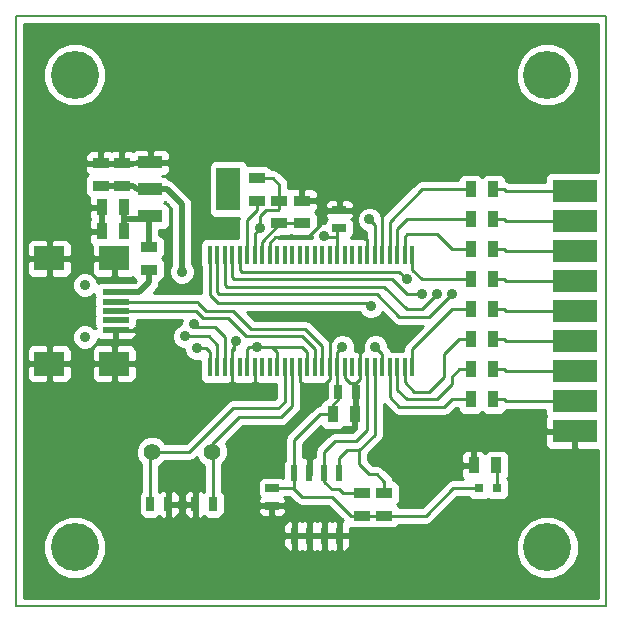
<source format=gtl>
G04 (created by PCBNEW (2013-mar-13)-testing) date Thu 04 Apr 2013 06:24:57 PM CEST*
%MOIN*%
G04 Gerber Fmt 3.4, Leading zero omitted, Abs format*
%FSLAX34Y34*%
G01*
G70*
G90*
G04 APERTURE LIST*
%ADD10C,0.006*%
%ADD11C,0.00590551*%
%ADD12R,0.0906X0.0197*%
%ADD13R,0.0984X0.0787*%
%ADD14C,0.0354*%
%ADD15R,0.015X0.06*%
%ADD16R,0.08X0.144*%
%ADD17R,0.08X0.04*%
%ADD18R,0.0236X0.0551*%
%ADD19R,0.035X0.055*%
%ADD20R,0.055X0.035*%
%ADD21R,0.025X0.045*%
%ADD22R,0.045X0.025*%
%ADD23R,0.0314X0.0314*%
%ADD24C,0.056*%
%ADD25C,0.16*%
%ADD26R,0.149606X0.0755905*%
%ADD27C,0.035*%
%ADD28C,0.01*%
%ADD29C,0.02*%
G04 APERTURE END LIST*
G54D10*
G54D11*
X64960Y-49212D02*
X64960Y-68897D01*
X84645Y-49212D02*
X64960Y-49212D01*
X84645Y-68897D02*
X84645Y-49212D01*
X64960Y-68897D02*
X84645Y-68897D01*
G54D12*
X68287Y-58425D03*
X68287Y-58740D03*
X68287Y-59055D03*
X68287Y-59370D03*
X68287Y-59685D03*
G54D13*
X68248Y-57303D03*
X66083Y-57303D03*
X68248Y-60807D03*
X66083Y-60807D03*
G54D14*
X67264Y-58189D03*
X67264Y-59921D03*
G54D15*
X71428Y-60930D03*
X71678Y-60930D03*
X71928Y-60930D03*
X72178Y-60930D03*
X72428Y-60930D03*
X72678Y-60930D03*
X72928Y-60930D03*
X73178Y-60930D03*
X73428Y-60930D03*
X73678Y-60930D03*
X73928Y-60930D03*
X74178Y-60930D03*
X74428Y-60930D03*
X74678Y-60930D03*
X74928Y-60930D03*
X75178Y-60930D03*
X75428Y-60930D03*
X75678Y-60930D03*
X75928Y-60930D03*
X76178Y-60930D03*
X76428Y-60930D03*
X76678Y-60930D03*
X76928Y-60930D03*
X77178Y-60930D03*
X77428Y-60930D03*
X77678Y-60930D03*
X77928Y-60930D03*
X78178Y-60930D03*
X74928Y-57180D03*
X75178Y-57180D03*
X75428Y-57180D03*
X75678Y-57180D03*
X74678Y-57180D03*
X74428Y-57180D03*
X74178Y-57180D03*
X73928Y-57180D03*
X73678Y-57180D03*
X73428Y-57180D03*
X73178Y-57180D03*
X72928Y-57180D03*
X72678Y-57180D03*
X72428Y-57180D03*
X72178Y-57180D03*
X75928Y-57180D03*
X76178Y-57180D03*
X76428Y-57180D03*
X76678Y-57180D03*
X76928Y-57180D03*
X77178Y-57180D03*
X77428Y-57180D03*
X77678Y-57180D03*
X77928Y-57180D03*
X78178Y-57180D03*
X71928Y-57180D03*
X71678Y-57180D03*
X71428Y-57180D03*
G54D16*
X72050Y-55000D03*
G54D17*
X69450Y-55000D03*
X69450Y-55900D03*
X69450Y-54100D03*
G54D18*
X74250Y-64450D03*
X74250Y-66550D03*
X74750Y-64450D03*
X75250Y-64450D03*
X75750Y-64450D03*
X74750Y-66550D03*
X75250Y-66550D03*
X75750Y-66550D03*
G54D19*
X80125Y-55000D03*
X80875Y-55000D03*
X80125Y-62000D03*
X80875Y-62000D03*
X80125Y-61000D03*
X80875Y-61000D03*
X80125Y-60000D03*
X80875Y-60000D03*
X80125Y-59000D03*
X80875Y-59000D03*
X80125Y-58000D03*
X80875Y-58000D03*
X80125Y-57000D03*
X80875Y-57000D03*
X80125Y-56000D03*
X80875Y-56000D03*
X80975Y-64200D03*
X80225Y-64200D03*
G54D20*
X67800Y-54875D03*
X67800Y-54125D03*
X73000Y-54625D03*
X73000Y-55375D03*
X73750Y-55375D03*
X73750Y-56125D03*
X74500Y-55375D03*
X74500Y-56125D03*
X77250Y-65875D03*
X77250Y-65125D03*
X76500Y-65875D03*
X76500Y-65125D03*
G54D19*
X75525Y-62500D03*
X76275Y-62500D03*
G54D20*
X69400Y-57675D03*
X69400Y-56925D03*
G54D19*
X68575Y-56400D03*
X67825Y-56400D03*
G54D20*
X68500Y-54875D03*
X68500Y-54125D03*
G54D19*
X68575Y-55600D03*
X67825Y-55600D03*
G54D21*
X75700Y-61750D03*
X76300Y-61750D03*
G54D22*
X75750Y-56300D03*
X75750Y-55700D03*
X73500Y-64950D03*
X73500Y-65550D03*
G54D21*
X69450Y-65500D03*
X70050Y-65500D03*
X70950Y-65500D03*
X71550Y-65500D03*
G54D23*
X80413Y-64960D03*
X81003Y-64960D03*
G54D24*
X69500Y-63750D03*
X71500Y-63750D03*
G54D25*
X66929Y-51181D03*
X82677Y-51181D03*
X82677Y-66929D03*
X66929Y-66929D03*
G54D26*
X83600Y-63055D03*
X83600Y-62055D03*
X83600Y-61055D03*
X83600Y-60055D03*
X83600Y-59055D03*
X83600Y-58055D03*
X83600Y-57055D03*
X83600Y-56055D03*
X83600Y-55055D03*
G54D27*
X72300Y-60050D03*
X83600Y-63900D03*
X82400Y-63000D03*
X70300Y-54100D03*
X74750Y-61750D03*
X76000Y-59750D03*
X73500Y-66200D03*
X70900Y-64800D03*
X70100Y-64800D03*
X72200Y-61700D03*
X72900Y-61700D03*
X76400Y-55500D03*
X75150Y-55400D03*
X69400Y-53300D03*
X67200Y-56400D03*
X67200Y-55600D03*
X67100Y-54100D03*
X67800Y-53500D03*
X68500Y-53500D03*
X70400Y-60800D03*
X69100Y-60800D03*
X69100Y-59700D03*
X79600Y-64200D03*
X76300Y-66600D03*
X74800Y-63700D03*
X77250Y-55500D03*
X76500Y-56500D03*
X79000Y-58500D03*
X78500Y-58500D03*
X70900Y-59500D03*
X78000Y-58000D03*
X70600Y-59900D03*
X71000Y-60300D03*
X76800Y-58900D03*
X79500Y-58500D03*
X75250Y-56550D03*
X76950Y-60250D03*
X73100Y-56300D03*
X76750Y-56000D03*
X73000Y-60250D03*
X75850Y-60250D03*
X70500Y-57750D03*
G54D28*
X72250Y-60350D02*
X72250Y-60100D01*
X72250Y-60100D02*
X72300Y-60050D01*
G54D29*
X69450Y-55900D02*
X69350Y-56000D01*
X69350Y-56000D02*
X68575Y-56000D01*
X68575Y-56400D02*
X68575Y-56000D01*
X68575Y-56000D02*
X68575Y-55600D01*
X69400Y-56925D02*
X69400Y-55950D01*
X69400Y-55950D02*
X69450Y-55900D01*
G54D28*
X76500Y-65125D02*
X75875Y-65125D01*
X75250Y-64750D02*
X75250Y-64450D01*
X75500Y-65000D02*
X75250Y-64750D01*
X75750Y-65000D02*
X75500Y-65000D01*
X75875Y-65125D02*
X75750Y-65000D01*
X76678Y-60930D02*
X76678Y-63021D01*
X75250Y-63750D02*
X75250Y-64450D01*
X75600Y-63400D02*
X75250Y-63750D01*
X76300Y-63400D02*
X75600Y-63400D01*
X76678Y-63021D02*
X76300Y-63400D01*
X77250Y-65125D02*
X77250Y-64750D01*
X76400Y-64150D02*
X76400Y-63700D01*
X76750Y-64500D02*
X76400Y-64150D01*
X77000Y-64500D02*
X76750Y-64500D01*
X77250Y-64750D02*
X77000Y-64500D01*
X76928Y-60930D02*
X76928Y-63171D01*
X75750Y-63950D02*
X75750Y-64450D01*
X76000Y-63700D02*
X75750Y-63950D01*
X76400Y-63700D02*
X76000Y-63700D01*
X76928Y-63171D02*
X76400Y-63700D01*
X83600Y-63900D02*
X83600Y-63800D01*
X83600Y-63055D02*
X82455Y-63055D01*
X82455Y-63055D02*
X82400Y-63000D01*
X69450Y-54100D02*
X70300Y-54100D01*
X74000Y-56600D02*
X74700Y-56600D01*
X73428Y-56771D02*
X73600Y-56600D01*
X73600Y-56600D02*
X74000Y-56600D01*
X73428Y-57180D02*
X73428Y-56771D01*
X75150Y-56150D02*
X75150Y-55800D01*
X74700Y-56600D02*
X75150Y-56150D01*
X74428Y-60930D02*
X74428Y-61428D01*
X74428Y-61428D02*
X74750Y-61750D01*
X74428Y-61428D02*
X74750Y-61750D01*
X74750Y-61750D02*
X75000Y-61750D01*
X75000Y-61750D02*
X75428Y-61321D01*
X75428Y-61321D02*
X75428Y-60930D01*
X75928Y-60930D02*
X75928Y-61278D01*
X76100Y-61450D02*
X76300Y-61450D01*
X75928Y-61278D02*
X76100Y-61450D01*
X76428Y-60930D02*
X76428Y-60428D01*
X76428Y-60428D02*
X76400Y-60400D01*
X75428Y-60530D02*
X75428Y-59871D01*
X75428Y-59871D02*
X75550Y-59750D01*
X75550Y-59750D02*
X76000Y-59750D01*
X73500Y-65550D02*
X73500Y-66200D01*
X70050Y-65500D02*
X70050Y-64850D01*
X70950Y-64850D02*
X70950Y-65500D01*
X70900Y-64800D02*
X70950Y-64850D01*
X70050Y-64850D02*
X70100Y-64800D01*
X72225Y-61475D02*
X72225Y-61675D01*
X72225Y-61675D02*
X72200Y-61700D01*
X72928Y-60930D02*
X72928Y-61528D01*
X72928Y-61528D02*
X72900Y-61700D01*
X75750Y-55700D02*
X76200Y-55700D01*
X76200Y-55700D02*
X76400Y-55500D01*
X74500Y-55375D02*
X75125Y-55375D01*
X75125Y-55375D02*
X75150Y-55400D01*
X69450Y-54100D02*
X69450Y-53350D01*
X69450Y-53350D02*
X69400Y-53300D01*
X67825Y-56400D02*
X67200Y-56400D01*
X67825Y-55600D02*
X67200Y-55600D01*
X67800Y-54125D02*
X67125Y-54125D01*
X67125Y-54125D02*
X67100Y-54100D01*
X67800Y-54125D02*
X67800Y-53500D01*
X68500Y-54125D02*
X68500Y-53500D01*
X68287Y-59685D02*
X69085Y-59685D01*
X69100Y-60800D02*
X70400Y-60800D01*
X69085Y-59685D02*
X69100Y-59700D01*
X80225Y-64200D02*
X79600Y-64200D01*
X75750Y-66550D02*
X76250Y-66550D01*
X76250Y-66550D02*
X76300Y-66600D01*
X74750Y-64450D02*
X74750Y-63750D01*
X74750Y-63750D02*
X74800Y-63700D01*
X77250Y-55500D02*
X77250Y-55750D01*
X77178Y-55821D02*
X77250Y-55750D01*
X77178Y-55821D02*
X77178Y-57180D01*
X76678Y-57180D02*
X76678Y-56678D01*
X76500Y-56500D02*
X76500Y-56500D01*
X76678Y-56678D02*
X76500Y-56500D01*
G54D29*
X76275Y-62500D02*
X76275Y-62975D01*
X76250Y-63000D02*
X76000Y-63000D01*
X76275Y-62975D02*
X76250Y-63000D01*
G54D28*
X75428Y-60530D02*
X75428Y-61321D01*
X75000Y-61750D02*
X74750Y-61750D01*
X75428Y-61321D02*
X75000Y-61750D01*
X72928Y-60930D02*
X72928Y-61428D01*
X72928Y-61428D02*
X73000Y-61500D01*
X72178Y-60930D02*
X72178Y-60321D01*
X72178Y-60321D02*
X72250Y-60250D01*
X72178Y-60930D02*
X72178Y-61428D01*
X72178Y-61428D02*
X72225Y-61475D01*
X72225Y-61475D02*
X72250Y-61500D01*
X76428Y-60930D02*
X76428Y-61321D01*
X76300Y-61450D02*
X76300Y-61750D01*
X76428Y-61321D02*
X76300Y-61450D01*
X80125Y-61000D02*
X79750Y-61000D01*
X77678Y-61678D02*
X77678Y-60930D01*
X78000Y-62000D02*
X77678Y-61678D01*
X79000Y-62000D02*
X78000Y-62000D01*
X79500Y-61500D02*
X79000Y-62000D01*
X79500Y-61250D02*
X79500Y-61500D01*
X79750Y-61000D02*
X79500Y-61250D01*
X77250Y-58250D02*
X78000Y-59000D01*
X71928Y-58178D02*
X72000Y-58250D01*
X72000Y-58250D02*
X77250Y-58250D01*
X71928Y-57180D02*
X71928Y-58178D01*
X78500Y-59000D02*
X79000Y-58500D01*
X78000Y-59000D02*
X78500Y-59000D01*
X72178Y-57180D02*
X72178Y-57928D01*
X78250Y-58500D02*
X78500Y-58500D01*
X78000Y-58500D02*
X78250Y-58500D01*
X77500Y-58000D02*
X78000Y-58500D01*
X72250Y-58000D02*
X77500Y-58000D01*
X72178Y-57928D02*
X72250Y-58000D01*
X80125Y-55000D02*
X78500Y-55000D01*
X77428Y-56071D02*
X77428Y-57180D01*
X78500Y-55000D02*
X77428Y-56071D01*
X80125Y-56000D02*
X78000Y-56000D01*
X77678Y-56321D02*
X77678Y-57180D01*
X78000Y-56000D02*
X77678Y-56321D01*
X80125Y-57000D02*
X79500Y-57000D01*
X77928Y-56571D02*
X77928Y-57180D01*
X78000Y-56500D02*
X77928Y-56571D01*
X79000Y-56500D02*
X78000Y-56500D01*
X79500Y-57000D02*
X79000Y-56500D01*
X80125Y-58000D02*
X78500Y-58000D01*
X78178Y-57678D02*
X78178Y-57180D01*
X78500Y-58000D02*
X78178Y-57678D01*
X80125Y-59000D02*
X79500Y-59000D01*
X78178Y-60321D02*
X78178Y-60930D01*
X79500Y-59000D02*
X78178Y-60321D01*
X72600Y-59900D02*
X74500Y-59900D01*
X74500Y-59900D02*
X74928Y-60328D01*
X74928Y-60930D02*
X74928Y-60328D01*
X71200Y-59300D02*
X70955Y-59055D01*
X72050Y-59300D02*
X71200Y-59300D01*
X72650Y-59900D02*
X72050Y-59300D01*
X67932Y-59055D02*
X70955Y-59055D01*
X80125Y-62000D02*
X79500Y-62000D01*
X77428Y-61928D02*
X77428Y-60930D01*
X77750Y-62250D02*
X77428Y-61928D01*
X79250Y-62250D02*
X77750Y-62250D01*
X79500Y-62000D02*
X79250Y-62250D01*
G54D29*
X68287Y-58425D02*
X69074Y-58425D01*
X69400Y-58100D02*
X69400Y-57675D01*
X69074Y-58425D02*
X69400Y-58100D01*
G54D28*
X68287Y-58740D02*
X71040Y-58740D01*
X75178Y-60228D02*
X75178Y-60930D01*
X74600Y-59650D02*
X75178Y-60228D01*
X72800Y-59650D02*
X74600Y-59650D01*
X72200Y-59050D02*
X72800Y-59650D01*
X71300Y-59050D02*
X72200Y-59050D01*
X71040Y-58790D02*
X71300Y-59050D01*
X71040Y-58740D02*
X71040Y-58790D01*
X81250Y-55000D02*
X80875Y-55000D01*
X81305Y-55055D02*
X81250Y-55000D01*
X83600Y-55055D02*
X81305Y-55055D01*
X83600Y-56055D02*
X81305Y-56055D01*
X81305Y-56055D02*
X81250Y-56000D01*
X81250Y-56000D02*
X80875Y-56000D01*
X83600Y-57055D02*
X81305Y-57055D01*
X81305Y-57055D02*
X81250Y-57000D01*
X81250Y-57000D02*
X80875Y-57000D01*
X81003Y-64960D02*
X81003Y-64228D01*
X81003Y-64228D02*
X80975Y-64200D01*
X83600Y-58055D02*
X81305Y-58055D01*
X81305Y-58055D02*
X81250Y-58000D01*
X81250Y-58000D02*
X80875Y-58000D01*
X83600Y-59055D02*
X81305Y-59055D01*
X81305Y-59055D02*
X81250Y-59000D01*
X81250Y-59000D02*
X80875Y-59000D01*
X83600Y-60055D02*
X81305Y-60055D01*
X81305Y-60055D02*
X81250Y-60000D01*
X81250Y-60000D02*
X80875Y-60000D01*
X83600Y-61055D02*
X81305Y-61055D01*
X81305Y-61055D02*
X81250Y-61000D01*
X81250Y-61000D02*
X80875Y-61000D01*
X83600Y-62055D02*
X81305Y-62055D01*
X81305Y-62055D02*
X81250Y-62000D01*
X81250Y-62000D02*
X80875Y-62000D01*
X80125Y-60000D02*
X79750Y-60000D01*
X77928Y-61428D02*
X77928Y-60930D01*
X78250Y-61750D02*
X77928Y-61428D01*
X78750Y-61750D02*
X78250Y-61750D01*
X79250Y-61250D02*
X78750Y-61750D01*
X79250Y-60500D02*
X79250Y-61250D01*
X79750Y-60000D02*
X79250Y-60500D01*
X71600Y-59600D02*
X71000Y-59600D01*
X71928Y-61030D02*
X71928Y-59928D01*
X71600Y-59600D02*
X71928Y-59928D01*
X71000Y-59600D02*
X70900Y-59500D01*
X69500Y-63750D02*
X70750Y-63750D01*
X73928Y-62071D02*
X73928Y-60930D01*
X73700Y-62300D02*
X73928Y-62071D01*
X72200Y-62300D02*
X73700Y-62300D01*
X70750Y-63750D02*
X72200Y-62300D01*
X69450Y-65500D02*
X69450Y-63800D01*
X69450Y-63800D02*
X69500Y-63750D01*
X73178Y-57180D02*
X73178Y-56739D01*
X73750Y-56167D02*
X73750Y-56125D01*
X73178Y-56739D02*
X73750Y-56167D01*
X73750Y-56125D02*
X74500Y-56125D01*
X72678Y-57180D02*
X72678Y-56021D01*
X73000Y-55700D02*
X73000Y-55375D01*
X72678Y-56021D02*
X73000Y-55700D01*
X72428Y-57180D02*
X72428Y-57678D01*
X77750Y-57750D02*
X78000Y-58000D01*
X72500Y-57750D02*
X77750Y-57750D01*
X72428Y-57678D02*
X72500Y-57750D01*
X71678Y-60178D02*
X71678Y-60930D01*
X71400Y-59900D02*
X71678Y-60178D01*
X70600Y-59900D02*
X71400Y-59900D01*
X71500Y-63750D02*
X71500Y-63500D01*
X74178Y-62221D02*
X74178Y-60930D01*
X73800Y-62600D02*
X74178Y-62221D01*
X72400Y-62600D02*
X73800Y-62600D01*
X71500Y-63500D02*
X72400Y-62600D01*
X71550Y-65500D02*
X71550Y-63800D01*
X71550Y-63800D02*
X71500Y-63750D01*
X71428Y-60428D02*
X71428Y-60930D01*
X71300Y-60300D02*
X71428Y-60428D01*
X71000Y-60300D02*
X71300Y-60300D01*
X71428Y-57180D02*
X71428Y-58528D01*
X76700Y-58800D02*
X76800Y-58900D01*
X71700Y-58800D02*
X76700Y-58800D01*
X71428Y-58528D02*
X71700Y-58800D01*
X77750Y-59250D02*
X78750Y-59250D01*
X71678Y-58428D02*
X71750Y-58500D01*
X71750Y-58500D02*
X77000Y-58500D01*
X77000Y-58500D02*
X77750Y-59250D01*
X71678Y-57180D02*
X71678Y-58428D01*
X78750Y-59250D02*
X79500Y-58500D01*
X75678Y-56600D02*
X75300Y-56600D01*
X75300Y-56600D02*
X75250Y-56550D01*
X75850Y-60250D02*
X75678Y-60421D01*
X75678Y-60571D02*
X75678Y-60930D01*
X75678Y-60421D02*
X75678Y-60571D01*
X77178Y-60930D02*
X77178Y-60478D01*
X77178Y-60478D02*
X76950Y-60250D01*
X77050Y-60250D02*
X76950Y-60250D01*
X74250Y-64450D02*
X74250Y-63350D01*
X75100Y-62500D02*
X75525Y-62500D01*
X74250Y-63350D02*
X75100Y-62500D01*
X80413Y-64960D02*
X79539Y-64960D01*
X78625Y-65875D02*
X77250Y-65875D01*
X79539Y-64960D02*
X78625Y-65875D01*
X73750Y-55375D02*
X73750Y-54850D01*
X73525Y-54625D02*
X73000Y-54625D01*
X73750Y-54850D02*
X73525Y-54625D01*
X73750Y-55375D02*
X73750Y-55650D01*
X73100Y-55900D02*
X73100Y-56300D01*
X73300Y-55700D02*
X73100Y-55900D01*
X73700Y-55700D02*
X73300Y-55700D01*
X73750Y-55650D02*
X73700Y-55700D01*
X72928Y-57180D02*
X72928Y-56471D01*
X72928Y-56471D02*
X73100Y-56300D01*
X76928Y-57180D02*
X76928Y-56178D01*
X76928Y-56178D02*
X76750Y-56000D01*
X74678Y-60930D02*
X74678Y-60428D01*
X74500Y-60250D02*
X73500Y-60250D01*
X74678Y-60428D02*
X74500Y-60250D01*
X73678Y-60930D02*
X73678Y-60428D01*
X73500Y-60250D02*
X73000Y-60250D01*
X73678Y-60428D02*
X73500Y-60250D01*
X72678Y-60930D02*
X72678Y-60321D01*
X72678Y-60321D02*
X72750Y-60250D01*
X72750Y-60250D02*
X73000Y-60250D01*
G54D29*
X69450Y-55000D02*
X70000Y-55000D01*
X70500Y-55500D02*
X70500Y-57750D01*
X70000Y-55000D02*
X70500Y-55500D01*
G54D28*
X75850Y-60250D02*
X75850Y-60250D01*
X73500Y-64950D02*
X74200Y-64950D01*
X74200Y-64950D02*
X74250Y-65000D01*
X77250Y-65875D02*
X76500Y-65875D01*
X76500Y-65875D02*
X76125Y-65875D01*
X76125Y-65875D02*
X75500Y-65250D01*
X75500Y-65250D02*
X74500Y-65250D01*
X74500Y-65250D02*
X74250Y-65000D01*
X74250Y-65000D02*
X74250Y-64450D01*
X75525Y-62500D02*
X75525Y-62175D01*
X75700Y-62000D02*
X75700Y-61750D01*
X75525Y-62175D02*
X75700Y-62000D01*
X75678Y-60930D02*
X75678Y-61728D01*
X75678Y-61728D02*
X75700Y-61750D01*
X75678Y-57180D02*
X75678Y-56600D01*
X75678Y-56600D02*
X75678Y-56371D01*
X75678Y-56371D02*
X75750Y-56300D01*
G54D29*
X67800Y-54875D02*
X68500Y-54875D01*
X69450Y-55000D02*
X69000Y-55000D01*
X68875Y-54875D02*
X68500Y-54875D01*
X69000Y-55000D02*
X68875Y-54875D01*
G54D10*
G36*
X74824Y-56549D02*
X74824Y-56630D01*
X74803Y-56630D01*
X74803Y-56630D01*
X74803Y-56630D01*
X74703Y-56630D01*
X74553Y-56630D01*
X74553Y-56630D01*
X74553Y-56630D01*
X74453Y-56630D01*
X74303Y-56630D01*
X74303Y-56630D01*
X74303Y-56630D01*
X74203Y-56630D01*
X74053Y-56630D01*
X74053Y-56630D01*
X74053Y-56630D01*
X73953Y-56630D01*
X73803Y-56630D01*
X73803Y-56630D01*
X73803Y-56630D01*
X73711Y-56630D01*
X73791Y-56550D01*
X74074Y-56550D01*
X74125Y-56529D01*
X74175Y-56549D01*
X74274Y-56550D01*
X74824Y-56550D01*
X74824Y-56549D01*
X74824Y-56549D01*
G37*
G54D28*
X74824Y-56549D02*
X74824Y-56630D01*
X74803Y-56630D01*
X74803Y-56630D01*
X74803Y-56630D01*
X74703Y-56630D01*
X74553Y-56630D01*
X74553Y-56630D01*
X74553Y-56630D01*
X74453Y-56630D01*
X74303Y-56630D01*
X74303Y-56630D01*
X74303Y-56630D01*
X74203Y-56630D01*
X74053Y-56630D01*
X74053Y-56630D01*
X74053Y-56630D01*
X73953Y-56630D01*
X73803Y-56630D01*
X73803Y-56630D01*
X73803Y-56630D01*
X73711Y-56630D01*
X73791Y-56550D01*
X74074Y-56550D01*
X74125Y-56529D01*
X74175Y-56549D01*
X74274Y-56550D01*
X74824Y-56550D01*
X74824Y-56549D01*
G54D10*
G36*
X76250Y-63025D02*
X76175Y-63100D01*
X75600Y-63100D01*
X75485Y-63122D01*
X75387Y-63187D01*
X75037Y-63537D01*
X74972Y-63635D01*
X74950Y-63750D01*
X74950Y-63937D01*
X74917Y-63924D01*
X74862Y-63924D01*
X74800Y-63987D01*
X74800Y-64400D01*
X74807Y-64400D01*
X74807Y-64500D01*
X74800Y-64500D01*
X74800Y-64507D01*
X74700Y-64507D01*
X74700Y-64500D01*
X74692Y-64500D01*
X74692Y-64400D01*
X74700Y-64400D01*
X74700Y-63987D01*
X74637Y-63924D01*
X74582Y-63924D01*
X74550Y-63937D01*
X74550Y-63474D01*
X75129Y-62895D01*
X75137Y-62916D01*
X75208Y-62986D01*
X75300Y-63024D01*
X75399Y-63025D01*
X75749Y-63025D01*
X75841Y-62987D01*
X75900Y-62928D01*
X75958Y-62987D01*
X76050Y-63025D01*
X76162Y-63025D01*
X76224Y-62962D01*
X76224Y-63025D01*
X76250Y-63025D01*
X76250Y-63025D01*
G37*
G54D28*
X76250Y-63025D02*
X76175Y-63100D01*
X75600Y-63100D01*
X75485Y-63122D01*
X75387Y-63187D01*
X75037Y-63537D01*
X74972Y-63635D01*
X74950Y-63750D01*
X74950Y-63937D01*
X74917Y-63924D01*
X74862Y-63924D01*
X74800Y-63987D01*
X74800Y-64400D01*
X74807Y-64400D01*
X74807Y-64500D01*
X74800Y-64500D01*
X74800Y-64507D01*
X74700Y-64507D01*
X74700Y-64500D01*
X74692Y-64500D01*
X74692Y-64400D01*
X74700Y-64400D01*
X74700Y-63987D01*
X74637Y-63924D01*
X74582Y-63924D01*
X74550Y-63937D01*
X74550Y-63474D01*
X75129Y-62895D01*
X75137Y-62916D01*
X75208Y-62986D01*
X75300Y-63024D01*
X75399Y-63025D01*
X75749Y-63025D01*
X75841Y-62987D01*
X75900Y-62928D01*
X75958Y-62987D01*
X76050Y-63025D01*
X76162Y-63025D01*
X76224Y-62962D01*
X76224Y-63025D01*
X76250Y-63025D01*
G54D10*
G36*
X76357Y-61800D02*
X76350Y-61800D01*
X76350Y-62012D01*
X76325Y-62037D01*
X76325Y-62450D01*
X76332Y-62450D01*
X76332Y-62550D01*
X76325Y-62550D01*
X76325Y-62557D01*
X76225Y-62557D01*
X76225Y-62550D01*
X76217Y-62550D01*
X76217Y-62450D01*
X76225Y-62450D01*
X76225Y-62187D01*
X76250Y-62162D01*
X76250Y-61800D01*
X76242Y-61800D01*
X76242Y-61700D01*
X76250Y-61700D01*
X76250Y-61692D01*
X76350Y-61692D01*
X76350Y-61700D01*
X76357Y-61700D01*
X76357Y-61800D01*
X76357Y-61800D01*
G37*
G54D28*
X76357Y-61800D02*
X76350Y-61800D01*
X76350Y-62012D01*
X76325Y-62037D01*
X76325Y-62450D01*
X76332Y-62450D01*
X76332Y-62550D01*
X76325Y-62550D01*
X76325Y-62557D01*
X76225Y-62557D01*
X76225Y-62550D01*
X76217Y-62550D01*
X76217Y-62450D01*
X76225Y-62450D01*
X76225Y-62187D01*
X76250Y-62162D01*
X76250Y-61800D01*
X76242Y-61800D01*
X76242Y-61700D01*
X76250Y-61700D01*
X76250Y-61692D01*
X76350Y-61692D01*
X76350Y-61700D01*
X76357Y-61700D01*
X76357Y-61800D01*
G54D10*
G36*
X78525Y-59550D02*
X77966Y-60109D01*
X77900Y-60207D01*
X77878Y-60321D01*
X77878Y-60380D01*
X77803Y-60380D01*
X77803Y-60380D01*
X77803Y-60380D01*
X77703Y-60380D01*
X77553Y-60380D01*
X77553Y-60380D01*
X77553Y-60380D01*
X77458Y-60380D01*
X77458Y-60380D01*
X77455Y-60363D01*
X77390Y-60266D01*
X77390Y-60266D01*
X77374Y-60250D01*
X77375Y-60165D01*
X77310Y-60009D01*
X77191Y-59889D01*
X77034Y-59825D01*
X76865Y-59824D01*
X76709Y-59889D01*
X76589Y-60008D01*
X76525Y-60165D01*
X76524Y-60334D01*
X76543Y-60380D01*
X76528Y-60380D01*
X76510Y-60397D01*
X76461Y-60418D01*
X76428Y-60451D01*
X76394Y-60418D01*
X76346Y-60397D01*
X76328Y-60380D01*
X76303Y-60380D01*
X76303Y-60380D01*
X76303Y-60380D01*
X76256Y-60380D01*
X76274Y-60334D01*
X76275Y-60165D01*
X76210Y-60009D01*
X76091Y-59889D01*
X75934Y-59825D01*
X75765Y-59824D01*
X75609Y-59889D01*
X75489Y-60008D01*
X75449Y-60105D01*
X75390Y-60016D01*
X75390Y-60016D01*
X74812Y-59437D01*
X74714Y-59372D01*
X74600Y-59350D01*
X72924Y-59350D01*
X72674Y-59100D01*
X76422Y-59100D01*
X76439Y-59140D01*
X76558Y-59260D01*
X76715Y-59324D01*
X76884Y-59325D01*
X77040Y-59260D01*
X77160Y-59141D01*
X77176Y-59100D01*
X77537Y-59462D01*
X77537Y-59462D01*
X77635Y-59527D01*
X77749Y-59549D01*
X77750Y-59550D01*
X78525Y-59550D01*
X78525Y-59550D01*
G37*
G54D28*
X78525Y-59550D02*
X77966Y-60109D01*
X77900Y-60207D01*
X77878Y-60321D01*
X77878Y-60380D01*
X77803Y-60380D01*
X77803Y-60380D01*
X77803Y-60380D01*
X77703Y-60380D01*
X77553Y-60380D01*
X77553Y-60380D01*
X77553Y-60380D01*
X77458Y-60380D01*
X77458Y-60380D01*
X77455Y-60363D01*
X77390Y-60266D01*
X77390Y-60266D01*
X77374Y-60250D01*
X77375Y-60165D01*
X77310Y-60009D01*
X77191Y-59889D01*
X77034Y-59825D01*
X76865Y-59824D01*
X76709Y-59889D01*
X76589Y-60008D01*
X76525Y-60165D01*
X76524Y-60334D01*
X76543Y-60380D01*
X76528Y-60380D01*
X76510Y-60397D01*
X76461Y-60418D01*
X76428Y-60451D01*
X76394Y-60418D01*
X76346Y-60397D01*
X76328Y-60380D01*
X76303Y-60380D01*
X76303Y-60380D01*
X76303Y-60380D01*
X76256Y-60380D01*
X76274Y-60334D01*
X76275Y-60165D01*
X76210Y-60009D01*
X76091Y-59889D01*
X75934Y-59825D01*
X75765Y-59824D01*
X75609Y-59889D01*
X75489Y-60008D01*
X75449Y-60105D01*
X75390Y-60016D01*
X75390Y-60016D01*
X74812Y-59437D01*
X74714Y-59372D01*
X74600Y-59350D01*
X72924Y-59350D01*
X72674Y-59100D01*
X76422Y-59100D01*
X76439Y-59140D01*
X76558Y-59260D01*
X76715Y-59324D01*
X76884Y-59325D01*
X77040Y-59260D01*
X77160Y-59141D01*
X77176Y-59100D01*
X77537Y-59462D01*
X77537Y-59462D01*
X77635Y-59527D01*
X77749Y-59549D01*
X77750Y-59550D01*
X78525Y-59550D01*
G54D10*
G36*
X84366Y-68618D02*
X83727Y-68618D01*
X83727Y-66721D01*
X83567Y-66335D01*
X83550Y-66317D01*
X83550Y-63620D01*
X83550Y-63105D01*
X82664Y-63105D01*
X82601Y-63167D01*
X82601Y-63383D01*
X82602Y-63483D01*
X82640Y-63574D01*
X82710Y-63645D01*
X82802Y-63683D01*
X83487Y-63683D01*
X83550Y-63620D01*
X83550Y-66317D01*
X83272Y-66039D01*
X82886Y-65879D01*
X82469Y-65878D01*
X82083Y-66038D01*
X81787Y-66333D01*
X81627Y-66719D01*
X81626Y-67137D01*
X81786Y-67523D01*
X82081Y-67818D01*
X82467Y-67978D01*
X82885Y-67979D01*
X83271Y-67819D01*
X83566Y-67524D01*
X83726Y-67138D01*
X83727Y-66721D01*
X83727Y-68618D01*
X76118Y-68618D01*
X76118Y-66775D01*
X76118Y-66662D01*
X76055Y-66600D01*
X75800Y-66600D01*
X75800Y-67013D01*
X75862Y-67075D01*
X75917Y-67075D01*
X76009Y-67037D01*
X76079Y-66967D01*
X76117Y-66875D01*
X76118Y-66775D01*
X76118Y-68618D01*
X75700Y-68618D01*
X75700Y-67013D01*
X75700Y-66600D01*
X75700Y-66500D01*
X75700Y-66087D01*
X75637Y-66024D01*
X75582Y-66024D01*
X75500Y-66058D01*
X75417Y-66024D01*
X75362Y-66024D01*
X75300Y-66087D01*
X75300Y-66500D01*
X75444Y-66500D01*
X75555Y-66500D01*
X75700Y-66500D01*
X75700Y-66600D01*
X75555Y-66600D01*
X75444Y-66600D01*
X75300Y-66600D01*
X75300Y-67013D01*
X75362Y-67075D01*
X75417Y-67075D01*
X75500Y-67041D01*
X75582Y-67075D01*
X75637Y-67075D01*
X75700Y-67013D01*
X75700Y-68618D01*
X75200Y-68618D01*
X75200Y-67013D01*
X75200Y-66600D01*
X75200Y-66500D01*
X75200Y-66087D01*
X75137Y-66024D01*
X75082Y-66024D01*
X75000Y-66058D01*
X74917Y-66024D01*
X74862Y-66024D01*
X74800Y-66087D01*
X74800Y-66500D01*
X74944Y-66500D01*
X75055Y-66500D01*
X75200Y-66500D01*
X75200Y-66600D01*
X75055Y-66600D01*
X74944Y-66600D01*
X74800Y-66600D01*
X74800Y-67013D01*
X74862Y-67075D01*
X74917Y-67075D01*
X75000Y-67041D01*
X75082Y-67075D01*
X75137Y-67075D01*
X75200Y-67013D01*
X75200Y-68618D01*
X74700Y-68618D01*
X74700Y-67013D01*
X74700Y-66600D01*
X74700Y-66500D01*
X74700Y-66087D01*
X74637Y-66024D01*
X74582Y-66024D01*
X74500Y-66058D01*
X74417Y-66024D01*
X74362Y-66024D01*
X74300Y-66087D01*
X74300Y-66500D01*
X74444Y-66500D01*
X74555Y-66500D01*
X74700Y-66500D01*
X74700Y-66600D01*
X74555Y-66600D01*
X74444Y-66600D01*
X74300Y-66600D01*
X74300Y-67013D01*
X74362Y-67075D01*
X74417Y-67075D01*
X74500Y-67041D01*
X74582Y-67075D01*
X74637Y-67075D01*
X74700Y-67013D01*
X74700Y-68618D01*
X74200Y-68618D01*
X74200Y-67013D01*
X74200Y-66600D01*
X74200Y-66500D01*
X74200Y-66087D01*
X74137Y-66024D01*
X74082Y-66024D01*
X73990Y-66062D01*
X73975Y-66077D01*
X73975Y-65724D01*
X73975Y-65662D01*
X73912Y-65600D01*
X73550Y-65600D01*
X73550Y-65862D01*
X73612Y-65925D01*
X73675Y-65925D01*
X73774Y-65924D01*
X73866Y-65886D01*
X73937Y-65816D01*
X73975Y-65724D01*
X73975Y-66077D01*
X73920Y-66132D01*
X73882Y-66224D01*
X73881Y-66324D01*
X73882Y-66437D01*
X73944Y-66500D01*
X74200Y-66500D01*
X74200Y-66600D01*
X73944Y-66600D01*
X73882Y-66662D01*
X73881Y-66775D01*
X73882Y-66875D01*
X73920Y-66967D01*
X73990Y-67037D01*
X74082Y-67075D01*
X74137Y-67075D01*
X74200Y-67013D01*
X74200Y-68618D01*
X73450Y-68618D01*
X73450Y-65862D01*
X73450Y-65600D01*
X73087Y-65600D01*
X73025Y-65662D01*
X73024Y-65724D01*
X73062Y-65816D01*
X73133Y-65886D01*
X73225Y-65924D01*
X73324Y-65925D01*
X73387Y-65925D01*
X73450Y-65862D01*
X73450Y-68618D01*
X70900Y-68618D01*
X70900Y-65912D01*
X70900Y-65550D01*
X70900Y-65450D01*
X70900Y-65087D01*
X70837Y-65025D01*
X70775Y-65024D01*
X70683Y-65062D01*
X70613Y-65133D01*
X70575Y-65225D01*
X70574Y-65324D01*
X70575Y-65387D01*
X70637Y-65450D01*
X70900Y-65450D01*
X70900Y-65550D01*
X70637Y-65550D01*
X70575Y-65612D01*
X70574Y-65675D01*
X70575Y-65774D01*
X70613Y-65866D01*
X70683Y-65937D01*
X70775Y-65975D01*
X70837Y-65975D01*
X70900Y-65912D01*
X70900Y-68618D01*
X70425Y-68618D01*
X70425Y-65675D01*
X70425Y-65324D01*
X70424Y-65225D01*
X70386Y-65133D01*
X70316Y-65062D01*
X70224Y-65024D01*
X70162Y-65025D01*
X70100Y-65087D01*
X70100Y-65450D01*
X70362Y-65450D01*
X70425Y-65387D01*
X70425Y-65324D01*
X70425Y-65675D01*
X70425Y-65612D01*
X70362Y-65550D01*
X70100Y-65550D01*
X70100Y-65912D01*
X70162Y-65975D01*
X70224Y-65975D01*
X70316Y-65937D01*
X70386Y-65866D01*
X70424Y-65774D01*
X70425Y-65675D01*
X70425Y-68618D01*
X68237Y-68618D01*
X68198Y-68618D01*
X68198Y-61388D01*
X68198Y-60857D01*
X68198Y-60757D01*
X68198Y-60226D01*
X68135Y-60163D01*
X67706Y-60163D01*
X67614Y-60201D01*
X67544Y-60271D01*
X67506Y-60363D01*
X67506Y-60463D01*
X67506Y-60694D01*
X67568Y-60757D01*
X68198Y-60757D01*
X68198Y-60857D01*
X67568Y-60857D01*
X67506Y-60919D01*
X67506Y-61151D01*
X67506Y-61250D01*
X67544Y-61342D01*
X67614Y-61412D01*
X67706Y-61450D01*
X68135Y-61450D01*
X68198Y-61388D01*
X68198Y-68618D01*
X67979Y-68618D01*
X67979Y-66721D01*
X67819Y-66335D01*
X67524Y-66039D01*
X67138Y-65879D01*
X66825Y-65879D01*
X66825Y-61151D01*
X66825Y-60463D01*
X66825Y-57647D01*
X66825Y-56959D01*
X66825Y-56859D01*
X66786Y-56767D01*
X66716Y-56697D01*
X66624Y-56659D01*
X66195Y-56659D01*
X66133Y-56722D01*
X66133Y-57253D01*
X66762Y-57253D01*
X66825Y-57190D01*
X66825Y-56959D01*
X66825Y-57647D01*
X66825Y-57415D01*
X66762Y-57353D01*
X66133Y-57353D01*
X66133Y-57884D01*
X66195Y-57946D01*
X66624Y-57946D01*
X66716Y-57908D01*
X66786Y-57838D01*
X66825Y-57746D01*
X66825Y-57647D01*
X66825Y-60463D01*
X66825Y-60363D01*
X66786Y-60271D01*
X66716Y-60201D01*
X66624Y-60163D01*
X66195Y-60163D01*
X66133Y-60226D01*
X66133Y-60757D01*
X66762Y-60757D01*
X66825Y-60694D01*
X66825Y-60463D01*
X66825Y-61151D01*
X66825Y-60919D01*
X66762Y-60857D01*
X66133Y-60857D01*
X66133Y-61388D01*
X66195Y-61450D01*
X66624Y-61450D01*
X66716Y-61412D01*
X66786Y-61342D01*
X66825Y-61250D01*
X66825Y-61151D01*
X66825Y-65879D01*
X66721Y-65878D01*
X66335Y-66038D01*
X66039Y-66333D01*
X66033Y-66348D01*
X66033Y-61388D01*
X66033Y-60857D01*
X66033Y-60757D01*
X66033Y-60226D01*
X66033Y-57884D01*
X66033Y-57353D01*
X66033Y-57253D01*
X66033Y-56722D01*
X65970Y-56659D01*
X65541Y-56659D01*
X65449Y-56697D01*
X65379Y-56767D01*
X65341Y-56859D01*
X65341Y-56959D01*
X65341Y-57190D01*
X65403Y-57253D01*
X66033Y-57253D01*
X66033Y-57353D01*
X65403Y-57353D01*
X65341Y-57415D01*
X65341Y-57647D01*
X65341Y-57746D01*
X65379Y-57838D01*
X65449Y-57908D01*
X65541Y-57946D01*
X65970Y-57946D01*
X66033Y-57884D01*
X66033Y-60226D01*
X65970Y-60163D01*
X65541Y-60163D01*
X65449Y-60201D01*
X65379Y-60271D01*
X65341Y-60363D01*
X65341Y-60463D01*
X65341Y-60694D01*
X65403Y-60757D01*
X66033Y-60757D01*
X66033Y-60857D01*
X65403Y-60857D01*
X65341Y-60919D01*
X65341Y-61151D01*
X65341Y-61250D01*
X65379Y-61342D01*
X65449Y-61412D01*
X65541Y-61450D01*
X65970Y-61450D01*
X66033Y-61388D01*
X66033Y-66348D01*
X65879Y-66719D01*
X65878Y-67137D01*
X66038Y-67523D01*
X66333Y-67818D01*
X66719Y-67978D01*
X67137Y-67979D01*
X67523Y-67819D01*
X67818Y-67524D01*
X67978Y-67138D01*
X67979Y-66721D01*
X67979Y-68618D01*
X65240Y-68618D01*
X65240Y-49492D01*
X84366Y-49492D01*
X84366Y-54427D01*
X84298Y-54427D01*
X83727Y-54427D01*
X83727Y-50973D01*
X83567Y-50587D01*
X83272Y-50291D01*
X82886Y-50131D01*
X82469Y-50130D01*
X82083Y-50290D01*
X81787Y-50585D01*
X81627Y-50971D01*
X81626Y-51389D01*
X81786Y-51775D01*
X82081Y-52070D01*
X82467Y-52230D01*
X82885Y-52231D01*
X83271Y-52071D01*
X83566Y-51776D01*
X83726Y-51390D01*
X83727Y-50973D01*
X83727Y-54427D01*
X82802Y-54427D01*
X82710Y-54465D01*
X82640Y-54535D01*
X82602Y-54627D01*
X82601Y-54726D01*
X82601Y-54755D01*
X81413Y-54755D01*
X81364Y-54722D01*
X81300Y-54709D01*
X81300Y-54709D01*
X81300Y-54675D01*
X81262Y-54583D01*
X81191Y-54513D01*
X81099Y-54475D01*
X81000Y-54474D01*
X80650Y-54474D01*
X80558Y-54512D01*
X80499Y-54571D01*
X80441Y-54513D01*
X80349Y-54475D01*
X80250Y-54474D01*
X79900Y-54474D01*
X79808Y-54512D01*
X79738Y-54583D01*
X79700Y-54675D01*
X79700Y-54700D01*
X78500Y-54700D01*
X78385Y-54722D01*
X78287Y-54787D01*
X77216Y-55859D01*
X77175Y-55921D01*
X77175Y-55915D01*
X77110Y-55759D01*
X76991Y-55639D01*
X76834Y-55575D01*
X76665Y-55574D01*
X76509Y-55639D01*
X76389Y-55758D01*
X76325Y-55915D01*
X76324Y-56084D01*
X76389Y-56240D01*
X76508Y-56360D01*
X76628Y-56409D01*
X76628Y-56630D01*
X76628Y-56630D01*
X76628Y-56661D01*
X76596Y-56647D01*
X76578Y-56630D01*
X76553Y-56630D01*
X76553Y-56630D01*
X76553Y-56630D01*
X76453Y-56630D01*
X76303Y-56630D01*
X76303Y-56630D01*
X76303Y-56630D01*
X76203Y-56630D01*
X76123Y-56630D01*
X76186Y-56566D01*
X76224Y-56474D01*
X76225Y-56375D01*
X76225Y-56125D01*
X76187Y-56033D01*
X76153Y-56000D01*
X76187Y-55966D01*
X76225Y-55874D01*
X76225Y-55525D01*
X76187Y-55433D01*
X76116Y-55363D01*
X76024Y-55325D01*
X75925Y-55324D01*
X75862Y-55325D01*
X75800Y-55387D01*
X75800Y-55650D01*
X76162Y-55650D01*
X76225Y-55587D01*
X76225Y-55525D01*
X76225Y-55874D01*
X76225Y-55812D01*
X76162Y-55750D01*
X75800Y-55750D01*
X75800Y-55757D01*
X75700Y-55757D01*
X75700Y-55750D01*
X75700Y-55650D01*
X75700Y-55387D01*
X75637Y-55325D01*
X75574Y-55324D01*
X75475Y-55325D01*
X75383Y-55363D01*
X75312Y-55433D01*
X75274Y-55525D01*
X75275Y-55587D01*
X75337Y-55650D01*
X75700Y-55650D01*
X75700Y-55750D01*
X75337Y-55750D01*
X75275Y-55812D01*
X75274Y-55874D01*
X75312Y-55966D01*
X75346Y-55999D01*
X75313Y-56033D01*
X75275Y-56125D01*
X75165Y-56124D01*
X75025Y-56183D01*
X75025Y-55900D01*
X74987Y-55808D01*
X74928Y-55750D01*
X74987Y-55691D01*
X75025Y-55599D01*
X75025Y-55150D01*
X74987Y-55058D01*
X74916Y-54988D01*
X74824Y-54950D01*
X74725Y-54949D01*
X74612Y-54950D01*
X74550Y-55012D01*
X74550Y-55325D01*
X74962Y-55325D01*
X75025Y-55262D01*
X75025Y-55150D01*
X75025Y-55599D01*
X75025Y-55487D01*
X74962Y-55425D01*
X74550Y-55425D01*
X74550Y-55432D01*
X74450Y-55432D01*
X74450Y-55425D01*
X74442Y-55425D01*
X74442Y-55325D01*
X74450Y-55325D01*
X74450Y-55012D01*
X74387Y-54950D01*
X74274Y-54949D01*
X74175Y-54950D01*
X74125Y-54970D01*
X74074Y-54950D01*
X74050Y-54950D01*
X74050Y-54850D01*
X74027Y-54735D01*
X73962Y-54637D01*
X73737Y-54412D01*
X73639Y-54347D01*
X73525Y-54325D01*
X73493Y-54325D01*
X73487Y-54308D01*
X73416Y-54238D01*
X73324Y-54200D01*
X73225Y-54199D01*
X72687Y-54199D01*
X72662Y-54138D01*
X72591Y-54068D01*
X72499Y-54030D01*
X72400Y-54029D01*
X71600Y-54029D01*
X71508Y-54067D01*
X71438Y-54138D01*
X71400Y-54230D01*
X71399Y-54329D01*
X71399Y-55769D01*
X71437Y-55861D01*
X71508Y-55931D01*
X71600Y-55969D01*
X71699Y-55970D01*
X72388Y-55970D01*
X72378Y-56021D01*
X72378Y-56630D01*
X72303Y-56630D01*
X72303Y-56630D01*
X72303Y-56630D01*
X72203Y-56630D01*
X72053Y-56630D01*
X72053Y-56630D01*
X72053Y-56630D01*
X71953Y-56630D01*
X71803Y-56630D01*
X71803Y-56630D01*
X71803Y-56630D01*
X71703Y-56630D01*
X71553Y-56630D01*
X71553Y-56630D01*
X71553Y-56630D01*
X71453Y-56630D01*
X71303Y-56630D01*
X71211Y-56668D01*
X71141Y-56738D01*
X71103Y-56830D01*
X71103Y-56929D01*
X71103Y-57529D01*
X71128Y-57590D01*
X71128Y-58457D01*
X71040Y-58440D01*
X69554Y-58440D01*
X69647Y-58347D01*
X69723Y-58233D01*
X69750Y-58100D01*
X69750Y-58089D01*
X69816Y-58062D01*
X69886Y-57991D01*
X69924Y-57899D01*
X69925Y-57800D01*
X69925Y-57450D01*
X69887Y-57358D01*
X69828Y-57299D01*
X69886Y-57241D01*
X69924Y-57149D01*
X69925Y-57050D01*
X69925Y-56700D01*
X69887Y-56608D01*
X69816Y-56538D01*
X69750Y-56510D01*
X69750Y-56350D01*
X69899Y-56350D01*
X69991Y-56312D01*
X70061Y-56241D01*
X70099Y-56149D01*
X70100Y-56050D01*
X70100Y-55650D01*
X70062Y-55558D01*
X69991Y-55488D01*
X69899Y-55450D01*
X69899Y-55450D01*
X69938Y-55433D01*
X70150Y-55644D01*
X70150Y-57498D01*
X70139Y-57508D01*
X70075Y-57665D01*
X70074Y-57834D01*
X70139Y-57990D01*
X70258Y-58110D01*
X70415Y-58174D01*
X70584Y-58175D01*
X70740Y-58110D01*
X70860Y-57991D01*
X70924Y-57834D01*
X70925Y-57665D01*
X70860Y-57509D01*
X70850Y-57499D01*
X70850Y-55500D01*
X70823Y-55366D01*
X70823Y-55366D01*
X70747Y-55252D01*
X70247Y-54752D01*
X70133Y-54676D01*
X70063Y-54662D01*
X70062Y-54658D01*
X69991Y-54588D01*
X69899Y-54550D01*
X69849Y-54550D01*
X69899Y-54549D01*
X69991Y-54511D01*
X70062Y-54441D01*
X70100Y-54349D01*
X70100Y-53850D01*
X70062Y-53758D01*
X69991Y-53688D01*
X69899Y-53650D01*
X69800Y-53649D01*
X69562Y-53650D01*
X69500Y-53712D01*
X69500Y-54050D01*
X70037Y-54050D01*
X70100Y-53987D01*
X70100Y-53850D01*
X70100Y-54349D01*
X70100Y-54212D01*
X70037Y-54150D01*
X69500Y-54150D01*
X69500Y-54157D01*
X69400Y-54157D01*
X69400Y-54150D01*
X69400Y-54050D01*
X69400Y-53712D01*
X69337Y-53650D01*
X69099Y-53649D01*
X69000Y-53650D01*
X68908Y-53688D01*
X68875Y-53721D01*
X68824Y-53700D01*
X68725Y-53699D01*
X68612Y-53700D01*
X68550Y-53762D01*
X68550Y-54075D01*
X68962Y-54075D01*
X68987Y-54050D01*
X69400Y-54050D01*
X69400Y-54150D01*
X68862Y-54150D01*
X68837Y-54175D01*
X68550Y-54175D01*
X68550Y-54182D01*
X68450Y-54182D01*
X68450Y-54175D01*
X68450Y-54075D01*
X68450Y-53762D01*
X68387Y-53700D01*
X68274Y-53699D01*
X68175Y-53700D01*
X68150Y-53710D01*
X68124Y-53700D01*
X68025Y-53699D01*
X67979Y-53699D01*
X67979Y-50973D01*
X67819Y-50587D01*
X67524Y-50291D01*
X67138Y-50131D01*
X66721Y-50130D01*
X66335Y-50290D01*
X66039Y-50585D01*
X65879Y-50971D01*
X65878Y-51389D01*
X66038Y-51775D01*
X66333Y-52070D01*
X66719Y-52230D01*
X67137Y-52231D01*
X67523Y-52071D01*
X67818Y-51776D01*
X67978Y-51390D01*
X67979Y-50973D01*
X67979Y-53699D01*
X67912Y-53700D01*
X67850Y-53762D01*
X67850Y-54075D01*
X68037Y-54075D01*
X68262Y-54075D01*
X68450Y-54075D01*
X68450Y-54175D01*
X68262Y-54175D01*
X68037Y-54175D01*
X67850Y-54175D01*
X67850Y-54182D01*
X67750Y-54182D01*
X67750Y-54175D01*
X67750Y-54075D01*
X67750Y-53762D01*
X67687Y-53700D01*
X67574Y-53699D01*
X67475Y-53700D01*
X67383Y-53738D01*
X67312Y-53808D01*
X67274Y-53900D01*
X67275Y-54012D01*
X67337Y-54075D01*
X67750Y-54075D01*
X67750Y-54175D01*
X67337Y-54175D01*
X67275Y-54237D01*
X67274Y-54349D01*
X67312Y-54441D01*
X67371Y-54500D01*
X67313Y-54558D01*
X67275Y-54650D01*
X67274Y-54749D01*
X67274Y-55099D01*
X67312Y-55191D01*
X67383Y-55261D01*
X67402Y-55269D01*
X67400Y-55275D01*
X67399Y-55374D01*
X67400Y-55487D01*
X67462Y-55550D01*
X67775Y-55550D01*
X67775Y-55542D01*
X67875Y-55542D01*
X67875Y-55550D01*
X67882Y-55550D01*
X67882Y-55650D01*
X67875Y-55650D01*
X67875Y-55937D01*
X67875Y-56062D01*
X67875Y-56350D01*
X67882Y-56350D01*
X67882Y-56450D01*
X67875Y-56450D01*
X67875Y-56457D01*
X67775Y-56457D01*
X67775Y-56450D01*
X67775Y-56350D01*
X67775Y-56062D01*
X67775Y-55937D01*
X67775Y-55650D01*
X67462Y-55650D01*
X67400Y-55712D01*
X67399Y-55825D01*
X67400Y-55924D01*
X67431Y-56000D01*
X67400Y-56075D01*
X67399Y-56174D01*
X67400Y-56287D01*
X67462Y-56350D01*
X67775Y-56350D01*
X67775Y-56450D01*
X67462Y-56450D01*
X67400Y-56512D01*
X67399Y-56625D01*
X67400Y-56724D01*
X67438Y-56816D01*
X67506Y-56884D01*
X67506Y-56959D01*
X67506Y-57190D01*
X67568Y-57253D01*
X68198Y-57253D01*
X68198Y-57245D01*
X68298Y-57245D01*
X68298Y-57253D01*
X68306Y-57253D01*
X68306Y-57353D01*
X68298Y-57353D01*
X68298Y-57884D01*
X68360Y-57946D01*
X68789Y-57946D01*
X68879Y-57909D01*
X68912Y-57991D01*
X68963Y-58041D01*
X68929Y-58075D01*
X68287Y-58075D01*
X68279Y-58076D01*
X68198Y-58076D01*
X68198Y-57884D01*
X68198Y-57353D01*
X67568Y-57353D01*
X67506Y-57415D01*
X67506Y-57647D01*
X67506Y-57746D01*
X67544Y-57838D01*
X67614Y-57908D01*
X67706Y-57946D01*
X68135Y-57946D01*
X68198Y-57884D01*
X68198Y-58076D01*
X67784Y-58076D01*
X67692Y-58114D01*
X67691Y-58116D01*
X67691Y-58104D01*
X67626Y-57947D01*
X67506Y-57827D01*
X67349Y-57762D01*
X67179Y-57762D01*
X67022Y-57826D01*
X66902Y-57946D01*
X66837Y-58103D01*
X66837Y-58273D01*
X66901Y-58430D01*
X67021Y-58550D01*
X67178Y-58616D01*
X67348Y-58616D01*
X67505Y-58551D01*
X67584Y-58473D01*
X67584Y-58573D01*
X67587Y-58582D01*
X67584Y-58591D01*
X67584Y-58691D01*
X67584Y-58888D01*
X67587Y-58897D01*
X67584Y-58906D01*
X67584Y-59006D01*
X67584Y-59203D01*
X67587Y-59212D01*
X67584Y-59221D01*
X67584Y-59321D01*
X67584Y-59518D01*
X67587Y-59527D01*
X67584Y-59536D01*
X67584Y-59573D01*
X67645Y-59635D01*
X67584Y-59635D01*
X67584Y-59637D01*
X67506Y-59559D01*
X67349Y-59494D01*
X67179Y-59494D01*
X67022Y-59558D01*
X66902Y-59678D01*
X66837Y-59835D01*
X66837Y-60005D01*
X66901Y-60162D01*
X67021Y-60282D01*
X67178Y-60348D01*
X67348Y-60348D01*
X67505Y-60283D01*
X67625Y-60163D01*
X67691Y-60006D01*
X67691Y-59994D01*
X67692Y-59995D01*
X67784Y-60033D01*
X68174Y-60033D01*
X68237Y-59971D01*
X68237Y-59734D01*
X68229Y-59734D01*
X68229Y-59718D01*
X68789Y-59718D01*
X68881Y-59680D01*
X68926Y-59635D01*
X68927Y-59635D01*
X68990Y-59573D01*
X68990Y-59536D01*
X68986Y-59527D01*
X68990Y-59518D01*
X68990Y-59419D01*
X68990Y-59355D01*
X70499Y-59355D01*
X70475Y-59415D01*
X70475Y-59491D01*
X70359Y-59539D01*
X70239Y-59658D01*
X70175Y-59815D01*
X70174Y-59984D01*
X70239Y-60140D01*
X70358Y-60260D01*
X70515Y-60324D01*
X70574Y-60324D01*
X70574Y-60384D01*
X70639Y-60540D01*
X70758Y-60660D01*
X70915Y-60724D01*
X71084Y-60725D01*
X71103Y-60717D01*
X71103Y-61279D01*
X71141Y-61371D01*
X71211Y-61441D01*
X71303Y-61480D01*
X71402Y-61480D01*
X71552Y-61480D01*
X71553Y-61480D01*
X71553Y-61480D01*
X71652Y-61480D01*
X71802Y-61480D01*
X71803Y-61480D01*
X71803Y-61480D01*
X71902Y-61480D01*
X72052Y-61480D01*
X72053Y-61479D01*
X72053Y-61480D01*
X72078Y-61480D01*
X72096Y-61462D01*
X72144Y-61442D01*
X72178Y-61408D01*
X72211Y-61441D01*
X72260Y-61462D01*
X72278Y-61480D01*
X72302Y-61480D01*
X72303Y-61480D01*
X72303Y-61480D01*
X72402Y-61480D01*
X72552Y-61480D01*
X72553Y-61480D01*
X72553Y-61480D01*
X72652Y-61480D01*
X72802Y-61480D01*
X72803Y-61479D01*
X72803Y-61480D01*
X72828Y-61480D01*
X72846Y-61462D01*
X72894Y-61442D01*
X72928Y-61408D01*
X72961Y-61441D01*
X73010Y-61462D01*
X73028Y-61480D01*
X73052Y-61480D01*
X73053Y-61480D01*
X73053Y-61480D01*
X73152Y-61480D01*
X73302Y-61480D01*
X73303Y-61480D01*
X73303Y-61480D01*
X73402Y-61480D01*
X73552Y-61480D01*
X73553Y-61480D01*
X73553Y-61480D01*
X73628Y-61480D01*
X73628Y-61947D01*
X73575Y-62000D01*
X72200Y-62000D01*
X72085Y-62022D01*
X71987Y-62087D01*
X70625Y-63450D01*
X69949Y-63450D01*
X69800Y-63300D01*
X69605Y-63220D01*
X69395Y-63219D01*
X69200Y-63300D01*
X69050Y-63449D01*
X68990Y-63595D01*
X68990Y-61151D01*
X68990Y-60463D01*
X68990Y-60400D01*
X68990Y-59796D01*
X68927Y-59734D01*
X68337Y-59734D01*
X68337Y-59971D01*
X68399Y-60033D01*
X68789Y-60033D01*
X68881Y-59995D01*
X68951Y-59925D01*
X68990Y-59833D01*
X68990Y-59796D01*
X68990Y-60400D01*
X68990Y-60363D01*
X68951Y-60271D01*
X68881Y-60201D01*
X68789Y-60163D01*
X68360Y-60163D01*
X68298Y-60226D01*
X68298Y-60757D01*
X68927Y-60757D01*
X68990Y-60694D01*
X68990Y-60463D01*
X68990Y-61151D01*
X68990Y-60919D01*
X68927Y-60857D01*
X68298Y-60857D01*
X68298Y-61388D01*
X68360Y-61450D01*
X68789Y-61450D01*
X68881Y-61412D01*
X68951Y-61342D01*
X68990Y-61250D01*
X68990Y-61151D01*
X68990Y-63595D01*
X68970Y-63644D01*
X68969Y-63854D01*
X69050Y-64049D01*
X69150Y-64149D01*
X69150Y-65096D01*
X69113Y-65133D01*
X69075Y-65225D01*
X69074Y-65324D01*
X69074Y-65774D01*
X69112Y-65866D01*
X69183Y-65936D01*
X69275Y-65974D01*
X69374Y-65975D01*
X69624Y-65975D01*
X69716Y-65937D01*
X69750Y-65903D01*
X69783Y-65937D01*
X69875Y-65975D01*
X69937Y-65975D01*
X70000Y-65912D01*
X70000Y-65550D01*
X69992Y-65550D01*
X69992Y-65450D01*
X70000Y-65450D01*
X70000Y-65087D01*
X69937Y-65025D01*
X69875Y-65024D01*
X69783Y-65062D01*
X69750Y-65096D01*
X69750Y-65096D01*
X69750Y-64220D01*
X69799Y-64199D01*
X69949Y-64050D01*
X69949Y-64050D01*
X70750Y-64050D01*
X70750Y-64049D01*
X70864Y-64027D01*
X70864Y-64027D01*
X70962Y-63962D01*
X70998Y-63925D01*
X71050Y-64049D01*
X71199Y-64199D01*
X71250Y-64220D01*
X71250Y-65096D01*
X71216Y-65062D01*
X71124Y-65024D01*
X71062Y-65025D01*
X71000Y-65087D01*
X71000Y-65450D01*
X71007Y-65450D01*
X71007Y-65550D01*
X71000Y-65550D01*
X71000Y-65912D01*
X71062Y-65975D01*
X71124Y-65975D01*
X71216Y-65937D01*
X71249Y-65903D01*
X71283Y-65936D01*
X71375Y-65974D01*
X71474Y-65975D01*
X71724Y-65975D01*
X71816Y-65937D01*
X71886Y-65866D01*
X71924Y-65774D01*
X71925Y-65675D01*
X71925Y-65225D01*
X71887Y-65133D01*
X71850Y-65096D01*
X71850Y-64149D01*
X71949Y-64050D01*
X72029Y-63855D01*
X72030Y-63645D01*
X71956Y-63467D01*
X72524Y-62900D01*
X73800Y-62900D01*
X73800Y-62899D01*
X73914Y-62877D01*
X73914Y-62877D01*
X74012Y-62812D01*
X74390Y-62433D01*
X74455Y-62336D01*
X74478Y-62221D01*
X74478Y-62221D01*
X74478Y-61480D01*
X74478Y-61480D01*
X74478Y-61448D01*
X74510Y-61462D01*
X74528Y-61480D01*
X74552Y-61480D01*
X74553Y-61480D01*
X74553Y-61480D01*
X74652Y-61480D01*
X74802Y-61480D01*
X74803Y-61480D01*
X74803Y-61480D01*
X74902Y-61480D01*
X75052Y-61480D01*
X75053Y-61480D01*
X75053Y-61480D01*
X75152Y-61480D01*
X75302Y-61480D01*
X75303Y-61479D01*
X75303Y-61480D01*
X75325Y-61480D01*
X75324Y-61574D01*
X75324Y-61950D01*
X75312Y-61962D01*
X75304Y-61974D01*
X75300Y-61974D01*
X75208Y-62012D01*
X75138Y-62083D01*
X75100Y-62175D01*
X75100Y-62200D01*
X75100Y-62200D01*
X74985Y-62222D01*
X74887Y-62287D01*
X74037Y-63137D01*
X73972Y-63235D01*
X73950Y-63350D01*
X73950Y-64002D01*
X73920Y-64032D01*
X73882Y-64124D01*
X73881Y-64224D01*
X73881Y-64628D01*
X73866Y-64613D01*
X73774Y-64575D01*
X73675Y-64574D01*
X73225Y-64574D01*
X73133Y-64612D01*
X73063Y-64683D01*
X73025Y-64775D01*
X73024Y-64874D01*
X73024Y-65124D01*
X73062Y-65216D01*
X73096Y-65250D01*
X73062Y-65283D01*
X73024Y-65375D01*
X73025Y-65437D01*
X73087Y-65500D01*
X73450Y-65500D01*
X73450Y-65492D01*
X73550Y-65492D01*
X73550Y-65500D01*
X73912Y-65500D01*
X73975Y-65437D01*
X73975Y-65375D01*
X73937Y-65283D01*
X73903Y-65250D01*
X73903Y-65250D01*
X74075Y-65250D01*
X74287Y-65462D01*
X74287Y-65462D01*
X74385Y-65527D01*
X74500Y-65550D01*
X75375Y-65550D01*
X75856Y-66030D01*
X75800Y-66087D01*
X75800Y-66500D01*
X76055Y-66500D01*
X76118Y-66437D01*
X76118Y-66324D01*
X76118Y-66276D01*
X76175Y-66299D01*
X76274Y-66300D01*
X76824Y-66300D01*
X76875Y-66279D01*
X76925Y-66299D01*
X77024Y-66300D01*
X77574Y-66300D01*
X77666Y-66262D01*
X77736Y-66191D01*
X77743Y-66175D01*
X78625Y-66175D01*
X78625Y-66174D01*
X78739Y-66152D01*
X78739Y-66152D01*
X78837Y-66087D01*
X79663Y-65260D01*
X80046Y-65260D01*
X80114Y-65329D01*
X80206Y-65367D01*
X80306Y-65367D01*
X80620Y-65367D01*
X80708Y-65331D01*
X80796Y-65367D01*
X80896Y-65367D01*
X81210Y-65367D01*
X81302Y-65329D01*
X81372Y-65259D01*
X81410Y-65167D01*
X81410Y-65068D01*
X81410Y-64754D01*
X81372Y-64662D01*
X81344Y-64634D01*
X81361Y-64616D01*
X81399Y-64524D01*
X81400Y-64425D01*
X81400Y-63875D01*
X81362Y-63783D01*
X81291Y-63713D01*
X81199Y-63675D01*
X81100Y-63674D01*
X80750Y-63674D01*
X80658Y-63712D01*
X80600Y-63771D01*
X80541Y-63712D01*
X80449Y-63674D01*
X80337Y-63675D01*
X80275Y-63737D01*
X80275Y-64150D01*
X80282Y-64150D01*
X80282Y-64250D01*
X80275Y-64250D01*
X80275Y-64257D01*
X80175Y-64257D01*
X80175Y-64250D01*
X80175Y-64150D01*
X80175Y-63737D01*
X80112Y-63675D01*
X80000Y-63674D01*
X79908Y-63712D01*
X79838Y-63783D01*
X79800Y-63875D01*
X79799Y-63974D01*
X79800Y-64087D01*
X79862Y-64150D01*
X80175Y-64150D01*
X80175Y-64250D01*
X79862Y-64250D01*
X79800Y-64312D01*
X79799Y-64425D01*
X79800Y-64524D01*
X79838Y-64616D01*
X79882Y-64660D01*
X79539Y-64660D01*
X79424Y-64683D01*
X79327Y-64748D01*
X78500Y-65575D01*
X77743Y-65575D01*
X77737Y-65558D01*
X77678Y-65499D01*
X77736Y-65441D01*
X77774Y-65349D01*
X77775Y-65250D01*
X77775Y-64900D01*
X77737Y-64808D01*
X77666Y-64738D01*
X77574Y-64700D01*
X77540Y-64700D01*
X77527Y-64635D01*
X77462Y-64537D01*
X77462Y-64537D01*
X77212Y-64287D01*
X77114Y-64222D01*
X77000Y-64200D01*
X76874Y-64200D01*
X76700Y-64025D01*
X76700Y-63824D01*
X77140Y-63383D01*
X77140Y-63383D01*
X77205Y-63286D01*
X77228Y-63171D01*
X77228Y-63171D01*
X77228Y-62152D01*
X77537Y-62462D01*
X77537Y-62462D01*
X77635Y-62527D01*
X77750Y-62550D01*
X79250Y-62550D01*
X79250Y-62549D01*
X79364Y-62527D01*
X79364Y-62527D01*
X79462Y-62462D01*
X79624Y-62300D01*
X79699Y-62300D01*
X79699Y-62324D01*
X79737Y-62416D01*
X79808Y-62486D01*
X79900Y-62524D01*
X79999Y-62525D01*
X80349Y-62525D01*
X80441Y-62487D01*
X80500Y-62428D01*
X80558Y-62486D01*
X80650Y-62524D01*
X80749Y-62525D01*
X81099Y-62525D01*
X81191Y-62487D01*
X81261Y-62416D01*
X81288Y-62351D01*
X81305Y-62355D01*
X81305Y-62355D01*
X82601Y-62355D01*
X82601Y-62482D01*
X82631Y-62555D01*
X82602Y-62627D01*
X82601Y-62726D01*
X82601Y-62942D01*
X82664Y-63005D01*
X83550Y-63005D01*
X83550Y-62997D01*
X83650Y-62997D01*
X83650Y-63005D01*
X83657Y-63005D01*
X83657Y-63105D01*
X83650Y-63105D01*
X83650Y-63620D01*
X83712Y-63683D01*
X84366Y-63683D01*
X84366Y-68618D01*
X84366Y-68618D01*
G37*
G54D28*
X84366Y-68618D02*
X83727Y-68618D01*
X83727Y-66721D01*
X83567Y-66335D01*
X83550Y-66317D01*
X83550Y-63620D01*
X83550Y-63105D01*
X82664Y-63105D01*
X82601Y-63167D01*
X82601Y-63383D01*
X82602Y-63483D01*
X82640Y-63574D01*
X82710Y-63645D01*
X82802Y-63683D01*
X83487Y-63683D01*
X83550Y-63620D01*
X83550Y-66317D01*
X83272Y-66039D01*
X82886Y-65879D01*
X82469Y-65878D01*
X82083Y-66038D01*
X81787Y-66333D01*
X81627Y-66719D01*
X81626Y-67137D01*
X81786Y-67523D01*
X82081Y-67818D01*
X82467Y-67978D01*
X82885Y-67979D01*
X83271Y-67819D01*
X83566Y-67524D01*
X83726Y-67138D01*
X83727Y-66721D01*
X83727Y-68618D01*
X76118Y-68618D01*
X76118Y-66775D01*
X76118Y-66662D01*
X76055Y-66600D01*
X75800Y-66600D01*
X75800Y-67013D01*
X75862Y-67075D01*
X75917Y-67075D01*
X76009Y-67037D01*
X76079Y-66967D01*
X76117Y-66875D01*
X76118Y-66775D01*
X76118Y-68618D01*
X75700Y-68618D01*
X75700Y-67013D01*
X75700Y-66600D01*
X75700Y-66500D01*
X75700Y-66087D01*
X75637Y-66024D01*
X75582Y-66024D01*
X75500Y-66058D01*
X75417Y-66024D01*
X75362Y-66024D01*
X75300Y-66087D01*
X75300Y-66500D01*
X75444Y-66500D01*
X75555Y-66500D01*
X75700Y-66500D01*
X75700Y-66600D01*
X75555Y-66600D01*
X75444Y-66600D01*
X75300Y-66600D01*
X75300Y-67013D01*
X75362Y-67075D01*
X75417Y-67075D01*
X75500Y-67041D01*
X75582Y-67075D01*
X75637Y-67075D01*
X75700Y-67013D01*
X75700Y-68618D01*
X75200Y-68618D01*
X75200Y-67013D01*
X75200Y-66600D01*
X75200Y-66500D01*
X75200Y-66087D01*
X75137Y-66024D01*
X75082Y-66024D01*
X75000Y-66058D01*
X74917Y-66024D01*
X74862Y-66024D01*
X74800Y-66087D01*
X74800Y-66500D01*
X74944Y-66500D01*
X75055Y-66500D01*
X75200Y-66500D01*
X75200Y-66600D01*
X75055Y-66600D01*
X74944Y-66600D01*
X74800Y-66600D01*
X74800Y-67013D01*
X74862Y-67075D01*
X74917Y-67075D01*
X75000Y-67041D01*
X75082Y-67075D01*
X75137Y-67075D01*
X75200Y-67013D01*
X75200Y-68618D01*
X74700Y-68618D01*
X74700Y-67013D01*
X74700Y-66600D01*
X74700Y-66500D01*
X74700Y-66087D01*
X74637Y-66024D01*
X74582Y-66024D01*
X74500Y-66058D01*
X74417Y-66024D01*
X74362Y-66024D01*
X74300Y-66087D01*
X74300Y-66500D01*
X74444Y-66500D01*
X74555Y-66500D01*
X74700Y-66500D01*
X74700Y-66600D01*
X74555Y-66600D01*
X74444Y-66600D01*
X74300Y-66600D01*
X74300Y-67013D01*
X74362Y-67075D01*
X74417Y-67075D01*
X74500Y-67041D01*
X74582Y-67075D01*
X74637Y-67075D01*
X74700Y-67013D01*
X74700Y-68618D01*
X74200Y-68618D01*
X74200Y-67013D01*
X74200Y-66600D01*
X74200Y-66500D01*
X74200Y-66087D01*
X74137Y-66024D01*
X74082Y-66024D01*
X73990Y-66062D01*
X73975Y-66077D01*
X73975Y-65724D01*
X73975Y-65662D01*
X73912Y-65600D01*
X73550Y-65600D01*
X73550Y-65862D01*
X73612Y-65925D01*
X73675Y-65925D01*
X73774Y-65924D01*
X73866Y-65886D01*
X73937Y-65816D01*
X73975Y-65724D01*
X73975Y-66077D01*
X73920Y-66132D01*
X73882Y-66224D01*
X73881Y-66324D01*
X73882Y-66437D01*
X73944Y-66500D01*
X74200Y-66500D01*
X74200Y-66600D01*
X73944Y-66600D01*
X73882Y-66662D01*
X73881Y-66775D01*
X73882Y-66875D01*
X73920Y-66967D01*
X73990Y-67037D01*
X74082Y-67075D01*
X74137Y-67075D01*
X74200Y-67013D01*
X74200Y-68618D01*
X73450Y-68618D01*
X73450Y-65862D01*
X73450Y-65600D01*
X73087Y-65600D01*
X73025Y-65662D01*
X73024Y-65724D01*
X73062Y-65816D01*
X73133Y-65886D01*
X73225Y-65924D01*
X73324Y-65925D01*
X73387Y-65925D01*
X73450Y-65862D01*
X73450Y-68618D01*
X70900Y-68618D01*
X70900Y-65912D01*
X70900Y-65550D01*
X70900Y-65450D01*
X70900Y-65087D01*
X70837Y-65025D01*
X70775Y-65024D01*
X70683Y-65062D01*
X70613Y-65133D01*
X70575Y-65225D01*
X70574Y-65324D01*
X70575Y-65387D01*
X70637Y-65450D01*
X70900Y-65450D01*
X70900Y-65550D01*
X70637Y-65550D01*
X70575Y-65612D01*
X70574Y-65675D01*
X70575Y-65774D01*
X70613Y-65866D01*
X70683Y-65937D01*
X70775Y-65975D01*
X70837Y-65975D01*
X70900Y-65912D01*
X70900Y-68618D01*
X70425Y-68618D01*
X70425Y-65675D01*
X70425Y-65324D01*
X70424Y-65225D01*
X70386Y-65133D01*
X70316Y-65062D01*
X70224Y-65024D01*
X70162Y-65025D01*
X70100Y-65087D01*
X70100Y-65450D01*
X70362Y-65450D01*
X70425Y-65387D01*
X70425Y-65324D01*
X70425Y-65675D01*
X70425Y-65612D01*
X70362Y-65550D01*
X70100Y-65550D01*
X70100Y-65912D01*
X70162Y-65975D01*
X70224Y-65975D01*
X70316Y-65937D01*
X70386Y-65866D01*
X70424Y-65774D01*
X70425Y-65675D01*
X70425Y-68618D01*
X68237Y-68618D01*
X68198Y-68618D01*
X68198Y-61388D01*
X68198Y-60857D01*
X68198Y-60757D01*
X68198Y-60226D01*
X68135Y-60163D01*
X67706Y-60163D01*
X67614Y-60201D01*
X67544Y-60271D01*
X67506Y-60363D01*
X67506Y-60463D01*
X67506Y-60694D01*
X67568Y-60757D01*
X68198Y-60757D01*
X68198Y-60857D01*
X67568Y-60857D01*
X67506Y-60919D01*
X67506Y-61151D01*
X67506Y-61250D01*
X67544Y-61342D01*
X67614Y-61412D01*
X67706Y-61450D01*
X68135Y-61450D01*
X68198Y-61388D01*
X68198Y-68618D01*
X67979Y-68618D01*
X67979Y-66721D01*
X67819Y-66335D01*
X67524Y-66039D01*
X67138Y-65879D01*
X66825Y-65879D01*
X66825Y-61151D01*
X66825Y-60463D01*
X66825Y-57647D01*
X66825Y-56959D01*
X66825Y-56859D01*
X66786Y-56767D01*
X66716Y-56697D01*
X66624Y-56659D01*
X66195Y-56659D01*
X66133Y-56722D01*
X66133Y-57253D01*
X66762Y-57253D01*
X66825Y-57190D01*
X66825Y-56959D01*
X66825Y-57647D01*
X66825Y-57415D01*
X66762Y-57353D01*
X66133Y-57353D01*
X66133Y-57884D01*
X66195Y-57946D01*
X66624Y-57946D01*
X66716Y-57908D01*
X66786Y-57838D01*
X66825Y-57746D01*
X66825Y-57647D01*
X66825Y-60463D01*
X66825Y-60363D01*
X66786Y-60271D01*
X66716Y-60201D01*
X66624Y-60163D01*
X66195Y-60163D01*
X66133Y-60226D01*
X66133Y-60757D01*
X66762Y-60757D01*
X66825Y-60694D01*
X66825Y-60463D01*
X66825Y-61151D01*
X66825Y-60919D01*
X66762Y-60857D01*
X66133Y-60857D01*
X66133Y-61388D01*
X66195Y-61450D01*
X66624Y-61450D01*
X66716Y-61412D01*
X66786Y-61342D01*
X66825Y-61250D01*
X66825Y-61151D01*
X66825Y-65879D01*
X66721Y-65878D01*
X66335Y-66038D01*
X66039Y-66333D01*
X66033Y-66348D01*
X66033Y-61388D01*
X66033Y-60857D01*
X66033Y-60757D01*
X66033Y-60226D01*
X66033Y-57884D01*
X66033Y-57353D01*
X66033Y-57253D01*
X66033Y-56722D01*
X65970Y-56659D01*
X65541Y-56659D01*
X65449Y-56697D01*
X65379Y-56767D01*
X65341Y-56859D01*
X65341Y-56959D01*
X65341Y-57190D01*
X65403Y-57253D01*
X66033Y-57253D01*
X66033Y-57353D01*
X65403Y-57353D01*
X65341Y-57415D01*
X65341Y-57647D01*
X65341Y-57746D01*
X65379Y-57838D01*
X65449Y-57908D01*
X65541Y-57946D01*
X65970Y-57946D01*
X66033Y-57884D01*
X66033Y-60226D01*
X65970Y-60163D01*
X65541Y-60163D01*
X65449Y-60201D01*
X65379Y-60271D01*
X65341Y-60363D01*
X65341Y-60463D01*
X65341Y-60694D01*
X65403Y-60757D01*
X66033Y-60757D01*
X66033Y-60857D01*
X65403Y-60857D01*
X65341Y-60919D01*
X65341Y-61151D01*
X65341Y-61250D01*
X65379Y-61342D01*
X65449Y-61412D01*
X65541Y-61450D01*
X65970Y-61450D01*
X66033Y-61388D01*
X66033Y-66348D01*
X65879Y-66719D01*
X65878Y-67137D01*
X66038Y-67523D01*
X66333Y-67818D01*
X66719Y-67978D01*
X67137Y-67979D01*
X67523Y-67819D01*
X67818Y-67524D01*
X67978Y-67138D01*
X67979Y-66721D01*
X67979Y-68618D01*
X65240Y-68618D01*
X65240Y-49492D01*
X84366Y-49492D01*
X84366Y-54427D01*
X84298Y-54427D01*
X83727Y-54427D01*
X83727Y-50973D01*
X83567Y-50587D01*
X83272Y-50291D01*
X82886Y-50131D01*
X82469Y-50130D01*
X82083Y-50290D01*
X81787Y-50585D01*
X81627Y-50971D01*
X81626Y-51389D01*
X81786Y-51775D01*
X82081Y-52070D01*
X82467Y-52230D01*
X82885Y-52231D01*
X83271Y-52071D01*
X83566Y-51776D01*
X83726Y-51390D01*
X83727Y-50973D01*
X83727Y-54427D01*
X82802Y-54427D01*
X82710Y-54465D01*
X82640Y-54535D01*
X82602Y-54627D01*
X82601Y-54726D01*
X82601Y-54755D01*
X81413Y-54755D01*
X81364Y-54722D01*
X81300Y-54709D01*
X81300Y-54709D01*
X81300Y-54675D01*
X81262Y-54583D01*
X81191Y-54513D01*
X81099Y-54475D01*
X81000Y-54474D01*
X80650Y-54474D01*
X80558Y-54512D01*
X80499Y-54571D01*
X80441Y-54513D01*
X80349Y-54475D01*
X80250Y-54474D01*
X79900Y-54474D01*
X79808Y-54512D01*
X79738Y-54583D01*
X79700Y-54675D01*
X79700Y-54700D01*
X78500Y-54700D01*
X78385Y-54722D01*
X78287Y-54787D01*
X77216Y-55859D01*
X77175Y-55921D01*
X77175Y-55915D01*
X77110Y-55759D01*
X76991Y-55639D01*
X76834Y-55575D01*
X76665Y-55574D01*
X76509Y-55639D01*
X76389Y-55758D01*
X76325Y-55915D01*
X76324Y-56084D01*
X76389Y-56240D01*
X76508Y-56360D01*
X76628Y-56409D01*
X76628Y-56630D01*
X76628Y-56630D01*
X76628Y-56661D01*
X76596Y-56647D01*
X76578Y-56630D01*
X76553Y-56630D01*
X76553Y-56630D01*
X76553Y-56630D01*
X76453Y-56630D01*
X76303Y-56630D01*
X76303Y-56630D01*
X76303Y-56630D01*
X76203Y-56630D01*
X76123Y-56630D01*
X76186Y-56566D01*
X76224Y-56474D01*
X76225Y-56375D01*
X76225Y-56125D01*
X76187Y-56033D01*
X76153Y-56000D01*
X76187Y-55966D01*
X76225Y-55874D01*
X76225Y-55525D01*
X76187Y-55433D01*
X76116Y-55363D01*
X76024Y-55325D01*
X75925Y-55324D01*
X75862Y-55325D01*
X75800Y-55387D01*
X75800Y-55650D01*
X76162Y-55650D01*
X76225Y-55587D01*
X76225Y-55525D01*
X76225Y-55874D01*
X76225Y-55812D01*
X76162Y-55750D01*
X75800Y-55750D01*
X75800Y-55757D01*
X75700Y-55757D01*
X75700Y-55750D01*
X75700Y-55650D01*
X75700Y-55387D01*
X75637Y-55325D01*
X75574Y-55324D01*
X75475Y-55325D01*
X75383Y-55363D01*
X75312Y-55433D01*
X75274Y-55525D01*
X75275Y-55587D01*
X75337Y-55650D01*
X75700Y-55650D01*
X75700Y-55750D01*
X75337Y-55750D01*
X75275Y-55812D01*
X75274Y-55874D01*
X75312Y-55966D01*
X75346Y-55999D01*
X75313Y-56033D01*
X75275Y-56125D01*
X75165Y-56124D01*
X75025Y-56183D01*
X75025Y-55900D01*
X74987Y-55808D01*
X74928Y-55750D01*
X74987Y-55691D01*
X75025Y-55599D01*
X75025Y-55150D01*
X74987Y-55058D01*
X74916Y-54988D01*
X74824Y-54950D01*
X74725Y-54949D01*
X74612Y-54950D01*
X74550Y-55012D01*
X74550Y-55325D01*
X74962Y-55325D01*
X75025Y-55262D01*
X75025Y-55150D01*
X75025Y-55599D01*
X75025Y-55487D01*
X74962Y-55425D01*
X74550Y-55425D01*
X74550Y-55432D01*
X74450Y-55432D01*
X74450Y-55425D01*
X74442Y-55425D01*
X74442Y-55325D01*
X74450Y-55325D01*
X74450Y-55012D01*
X74387Y-54950D01*
X74274Y-54949D01*
X74175Y-54950D01*
X74125Y-54970D01*
X74074Y-54950D01*
X74050Y-54950D01*
X74050Y-54850D01*
X74027Y-54735D01*
X73962Y-54637D01*
X73737Y-54412D01*
X73639Y-54347D01*
X73525Y-54325D01*
X73493Y-54325D01*
X73487Y-54308D01*
X73416Y-54238D01*
X73324Y-54200D01*
X73225Y-54199D01*
X72687Y-54199D01*
X72662Y-54138D01*
X72591Y-54068D01*
X72499Y-54030D01*
X72400Y-54029D01*
X71600Y-54029D01*
X71508Y-54067D01*
X71438Y-54138D01*
X71400Y-54230D01*
X71399Y-54329D01*
X71399Y-55769D01*
X71437Y-55861D01*
X71508Y-55931D01*
X71600Y-55969D01*
X71699Y-55970D01*
X72388Y-55970D01*
X72378Y-56021D01*
X72378Y-56630D01*
X72303Y-56630D01*
X72303Y-56630D01*
X72303Y-56630D01*
X72203Y-56630D01*
X72053Y-56630D01*
X72053Y-56630D01*
X72053Y-56630D01*
X71953Y-56630D01*
X71803Y-56630D01*
X71803Y-56630D01*
X71803Y-56630D01*
X71703Y-56630D01*
X71553Y-56630D01*
X71553Y-56630D01*
X71553Y-56630D01*
X71453Y-56630D01*
X71303Y-56630D01*
X71211Y-56668D01*
X71141Y-56738D01*
X71103Y-56830D01*
X71103Y-56929D01*
X71103Y-57529D01*
X71128Y-57590D01*
X71128Y-58457D01*
X71040Y-58440D01*
X69554Y-58440D01*
X69647Y-58347D01*
X69723Y-58233D01*
X69750Y-58100D01*
X69750Y-58089D01*
X69816Y-58062D01*
X69886Y-57991D01*
X69924Y-57899D01*
X69925Y-57800D01*
X69925Y-57450D01*
X69887Y-57358D01*
X69828Y-57299D01*
X69886Y-57241D01*
X69924Y-57149D01*
X69925Y-57050D01*
X69925Y-56700D01*
X69887Y-56608D01*
X69816Y-56538D01*
X69750Y-56510D01*
X69750Y-56350D01*
X69899Y-56350D01*
X69991Y-56312D01*
X70061Y-56241D01*
X70099Y-56149D01*
X70100Y-56050D01*
X70100Y-55650D01*
X70062Y-55558D01*
X69991Y-55488D01*
X69899Y-55450D01*
X69899Y-55450D01*
X69938Y-55433D01*
X70150Y-55644D01*
X70150Y-57498D01*
X70139Y-57508D01*
X70075Y-57665D01*
X70074Y-57834D01*
X70139Y-57990D01*
X70258Y-58110D01*
X70415Y-58174D01*
X70584Y-58175D01*
X70740Y-58110D01*
X70860Y-57991D01*
X70924Y-57834D01*
X70925Y-57665D01*
X70860Y-57509D01*
X70850Y-57499D01*
X70850Y-55500D01*
X70823Y-55366D01*
X70823Y-55366D01*
X70747Y-55252D01*
X70247Y-54752D01*
X70133Y-54676D01*
X70063Y-54662D01*
X70062Y-54658D01*
X69991Y-54588D01*
X69899Y-54550D01*
X69849Y-54550D01*
X69899Y-54549D01*
X69991Y-54511D01*
X70062Y-54441D01*
X70100Y-54349D01*
X70100Y-53850D01*
X70062Y-53758D01*
X69991Y-53688D01*
X69899Y-53650D01*
X69800Y-53649D01*
X69562Y-53650D01*
X69500Y-53712D01*
X69500Y-54050D01*
X70037Y-54050D01*
X70100Y-53987D01*
X70100Y-53850D01*
X70100Y-54349D01*
X70100Y-54212D01*
X70037Y-54150D01*
X69500Y-54150D01*
X69500Y-54157D01*
X69400Y-54157D01*
X69400Y-54150D01*
X69400Y-54050D01*
X69400Y-53712D01*
X69337Y-53650D01*
X69099Y-53649D01*
X69000Y-53650D01*
X68908Y-53688D01*
X68875Y-53721D01*
X68824Y-53700D01*
X68725Y-53699D01*
X68612Y-53700D01*
X68550Y-53762D01*
X68550Y-54075D01*
X68962Y-54075D01*
X68987Y-54050D01*
X69400Y-54050D01*
X69400Y-54150D01*
X68862Y-54150D01*
X68837Y-54175D01*
X68550Y-54175D01*
X68550Y-54182D01*
X68450Y-54182D01*
X68450Y-54175D01*
X68450Y-54075D01*
X68450Y-53762D01*
X68387Y-53700D01*
X68274Y-53699D01*
X68175Y-53700D01*
X68150Y-53710D01*
X68124Y-53700D01*
X68025Y-53699D01*
X67979Y-53699D01*
X67979Y-50973D01*
X67819Y-50587D01*
X67524Y-50291D01*
X67138Y-50131D01*
X66721Y-50130D01*
X66335Y-50290D01*
X66039Y-50585D01*
X65879Y-50971D01*
X65878Y-51389D01*
X66038Y-51775D01*
X66333Y-52070D01*
X66719Y-52230D01*
X67137Y-52231D01*
X67523Y-52071D01*
X67818Y-51776D01*
X67978Y-51390D01*
X67979Y-50973D01*
X67979Y-53699D01*
X67912Y-53700D01*
X67850Y-53762D01*
X67850Y-54075D01*
X68037Y-54075D01*
X68262Y-54075D01*
X68450Y-54075D01*
X68450Y-54175D01*
X68262Y-54175D01*
X68037Y-54175D01*
X67850Y-54175D01*
X67850Y-54182D01*
X67750Y-54182D01*
X67750Y-54175D01*
X67750Y-54075D01*
X67750Y-53762D01*
X67687Y-53700D01*
X67574Y-53699D01*
X67475Y-53700D01*
X67383Y-53738D01*
X67312Y-53808D01*
X67274Y-53900D01*
X67275Y-54012D01*
X67337Y-54075D01*
X67750Y-54075D01*
X67750Y-54175D01*
X67337Y-54175D01*
X67275Y-54237D01*
X67274Y-54349D01*
X67312Y-54441D01*
X67371Y-54500D01*
X67313Y-54558D01*
X67275Y-54650D01*
X67274Y-54749D01*
X67274Y-55099D01*
X67312Y-55191D01*
X67383Y-55261D01*
X67402Y-55269D01*
X67400Y-55275D01*
X67399Y-55374D01*
X67400Y-55487D01*
X67462Y-55550D01*
X67775Y-55550D01*
X67775Y-55542D01*
X67875Y-55542D01*
X67875Y-55550D01*
X67882Y-55550D01*
X67882Y-55650D01*
X67875Y-55650D01*
X67875Y-55937D01*
X67875Y-56062D01*
X67875Y-56350D01*
X67882Y-56350D01*
X67882Y-56450D01*
X67875Y-56450D01*
X67875Y-56457D01*
X67775Y-56457D01*
X67775Y-56450D01*
X67775Y-56350D01*
X67775Y-56062D01*
X67775Y-55937D01*
X67775Y-55650D01*
X67462Y-55650D01*
X67400Y-55712D01*
X67399Y-55825D01*
X67400Y-55924D01*
X67431Y-56000D01*
X67400Y-56075D01*
X67399Y-56174D01*
X67400Y-56287D01*
X67462Y-56350D01*
X67775Y-56350D01*
X67775Y-56450D01*
X67462Y-56450D01*
X67400Y-56512D01*
X67399Y-56625D01*
X67400Y-56724D01*
X67438Y-56816D01*
X67506Y-56884D01*
X67506Y-56959D01*
X67506Y-57190D01*
X67568Y-57253D01*
X68198Y-57253D01*
X68198Y-57245D01*
X68298Y-57245D01*
X68298Y-57253D01*
X68306Y-57253D01*
X68306Y-57353D01*
X68298Y-57353D01*
X68298Y-57884D01*
X68360Y-57946D01*
X68789Y-57946D01*
X68879Y-57909D01*
X68912Y-57991D01*
X68963Y-58041D01*
X68929Y-58075D01*
X68287Y-58075D01*
X68279Y-58076D01*
X68198Y-58076D01*
X68198Y-57884D01*
X68198Y-57353D01*
X67568Y-57353D01*
X67506Y-57415D01*
X67506Y-57647D01*
X67506Y-57746D01*
X67544Y-57838D01*
X67614Y-57908D01*
X67706Y-57946D01*
X68135Y-57946D01*
X68198Y-57884D01*
X68198Y-58076D01*
X67784Y-58076D01*
X67692Y-58114D01*
X67691Y-58116D01*
X67691Y-58104D01*
X67626Y-57947D01*
X67506Y-57827D01*
X67349Y-57762D01*
X67179Y-57762D01*
X67022Y-57826D01*
X66902Y-57946D01*
X66837Y-58103D01*
X66837Y-58273D01*
X66901Y-58430D01*
X67021Y-58550D01*
X67178Y-58616D01*
X67348Y-58616D01*
X67505Y-58551D01*
X67584Y-58473D01*
X67584Y-58573D01*
X67587Y-58582D01*
X67584Y-58591D01*
X67584Y-58691D01*
X67584Y-58888D01*
X67587Y-58897D01*
X67584Y-58906D01*
X67584Y-59006D01*
X67584Y-59203D01*
X67587Y-59212D01*
X67584Y-59221D01*
X67584Y-59321D01*
X67584Y-59518D01*
X67587Y-59527D01*
X67584Y-59536D01*
X67584Y-59573D01*
X67645Y-59635D01*
X67584Y-59635D01*
X67584Y-59637D01*
X67506Y-59559D01*
X67349Y-59494D01*
X67179Y-59494D01*
X67022Y-59558D01*
X66902Y-59678D01*
X66837Y-59835D01*
X66837Y-60005D01*
X66901Y-60162D01*
X67021Y-60282D01*
X67178Y-60348D01*
X67348Y-60348D01*
X67505Y-60283D01*
X67625Y-60163D01*
X67691Y-60006D01*
X67691Y-59994D01*
X67692Y-59995D01*
X67784Y-60033D01*
X68174Y-60033D01*
X68237Y-59971D01*
X68237Y-59734D01*
X68229Y-59734D01*
X68229Y-59718D01*
X68789Y-59718D01*
X68881Y-59680D01*
X68926Y-59635D01*
X68927Y-59635D01*
X68990Y-59573D01*
X68990Y-59536D01*
X68986Y-59527D01*
X68990Y-59518D01*
X68990Y-59419D01*
X68990Y-59355D01*
X70499Y-59355D01*
X70475Y-59415D01*
X70475Y-59491D01*
X70359Y-59539D01*
X70239Y-59658D01*
X70175Y-59815D01*
X70174Y-59984D01*
X70239Y-60140D01*
X70358Y-60260D01*
X70515Y-60324D01*
X70574Y-60324D01*
X70574Y-60384D01*
X70639Y-60540D01*
X70758Y-60660D01*
X70915Y-60724D01*
X71084Y-60725D01*
X71103Y-60717D01*
X71103Y-61279D01*
X71141Y-61371D01*
X71211Y-61441D01*
X71303Y-61480D01*
X71402Y-61480D01*
X71552Y-61480D01*
X71553Y-61480D01*
X71553Y-61480D01*
X71652Y-61480D01*
X71802Y-61480D01*
X71803Y-61480D01*
X71803Y-61480D01*
X71902Y-61480D01*
X72052Y-61480D01*
X72053Y-61479D01*
X72053Y-61480D01*
X72078Y-61480D01*
X72096Y-61462D01*
X72144Y-61442D01*
X72178Y-61408D01*
X72211Y-61441D01*
X72260Y-61462D01*
X72278Y-61480D01*
X72302Y-61480D01*
X72303Y-61480D01*
X72303Y-61480D01*
X72402Y-61480D01*
X72552Y-61480D01*
X72553Y-61480D01*
X72553Y-61480D01*
X72652Y-61480D01*
X72802Y-61480D01*
X72803Y-61479D01*
X72803Y-61480D01*
X72828Y-61480D01*
X72846Y-61462D01*
X72894Y-61442D01*
X72928Y-61408D01*
X72961Y-61441D01*
X73010Y-61462D01*
X73028Y-61480D01*
X73052Y-61480D01*
X73053Y-61480D01*
X73053Y-61480D01*
X73152Y-61480D01*
X73302Y-61480D01*
X73303Y-61480D01*
X73303Y-61480D01*
X73402Y-61480D01*
X73552Y-61480D01*
X73553Y-61480D01*
X73553Y-61480D01*
X73628Y-61480D01*
X73628Y-61947D01*
X73575Y-62000D01*
X72200Y-62000D01*
X72085Y-62022D01*
X71987Y-62087D01*
X70625Y-63450D01*
X69949Y-63450D01*
X69800Y-63300D01*
X69605Y-63220D01*
X69395Y-63219D01*
X69200Y-63300D01*
X69050Y-63449D01*
X68990Y-63595D01*
X68990Y-61151D01*
X68990Y-60463D01*
X68990Y-60400D01*
X68990Y-59796D01*
X68927Y-59734D01*
X68337Y-59734D01*
X68337Y-59971D01*
X68399Y-60033D01*
X68789Y-60033D01*
X68881Y-59995D01*
X68951Y-59925D01*
X68990Y-59833D01*
X68990Y-59796D01*
X68990Y-60400D01*
X68990Y-60363D01*
X68951Y-60271D01*
X68881Y-60201D01*
X68789Y-60163D01*
X68360Y-60163D01*
X68298Y-60226D01*
X68298Y-60757D01*
X68927Y-60757D01*
X68990Y-60694D01*
X68990Y-60463D01*
X68990Y-61151D01*
X68990Y-60919D01*
X68927Y-60857D01*
X68298Y-60857D01*
X68298Y-61388D01*
X68360Y-61450D01*
X68789Y-61450D01*
X68881Y-61412D01*
X68951Y-61342D01*
X68990Y-61250D01*
X68990Y-61151D01*
X68990Y-63595D01*
X68970Y-63644D01*
X68969Y-63854D01*
X69050Y-64049D01*
X69150Y-64149D01*
X69150Y-65096D01*
X69113Y-65133D01*
X69075Y-65225D01*
X69074Y-65324D01*
X69074Y-65774D01*
X69112Y-65866D01*
X69183Y-65936D01*
X69275Y-65974D01*
X69374Y-65975D01*
X69624Y-65975D01*
X69716Y-65937D01*
X69750Y-65903D01*
X69783Y-65937D01*
X69875Y-65975D01*
X69937Y-65975D01*
X70000Y-65912D01*
X70000Y-65550D01*
X69992Y-65550D01*
X69992Y-65450D01*
X70000Y-65450D01*
X70000Y-65087D01*
X69937Y-65025D01*
X69875Y-65024D01*
X69783Y-65062D01*
X69750Y-65096D01*
X69750Y-65096D01*
X69750Y-64220D01*
X69799Y-64199D01*
X69949Y-64050D01*
X69949Y-64050D01*
X70750Y-64050D01*
X70750Y-64049D01*
X70864Y-64027D01*
X70864Y-64027D01*
X70962Y-63962D01*
X70998Y-63925D01*
X71050Y-64049D01*
X71199Y-64199D01*
X71250Y-64220D01*
X71250Y-65096D01*
X71216Y-65062D01*
X71124Y-65024D01*
X71062Y-65025D01*
X71000Y-65087D01*
X71000Y-65450D01*
X71007Y-65450D01*
X71007Y-65550D01*
X71000Y-65550D01*
X71000Y-65912D01*
X71062Y-65975D01*
X71124Y-65975D01*
X71216Y-65937D01*
X71249Y-65903D01*
X71283Y-65936D01*
X71375Y-65974D01*
X71474Y-65975D01*
X71724Y-65975D01*
X71816Y-65937D01*
X71886Y-65866D01*
X71924Y-65774D01*
X71925Y-65675D01*
X71925Y-65225D01*
X71887Y-65133D01*
X71850Y-65096D01*
X71850Y-64149D01*
X71949Y-64050D01*
X72029Y-63855D01*
X72030Y-63645D01*
X71956Y-63467D01*
X72524Y-62900D01*
X73800Y-62900D01*
X73800Y-62899D01*
X73914Y-62877D01*
X73914Y-62877D01*
X74012Y-62812D01*
X74390Y-62433D01*
X74455Y-62336D01*
X74478Y-62221D01*
X74478Y-62221D01*
X74478Y-61480D01*
X74478Y-61480D01*
X74478Y-61448D01*
X74510Y-61462D01*
X74528Y-61480D01*
X74552Y-61480D01*
X74553Y-61480D01*
X74553Y-61480D01*
X74652Y-61480D01*
X74802Y-61480D01*
X74803Y-61480D01*
X74803Y-61480D01*
X74902Y-61480D01*
X75052Y-61480D01*
X75053Y-61480D01*
X75053Y-61480D01*
X75152Y-61480D01*
X75302Y-61480D01*
X75303Y-61479D01*
X75303Y-61480D01*
X75325Y-61480D01*
X75324Y-61574D01*
X75324Y-61950D01*
X75312Y-61962D01*
X75304Y-61974D01*
X75300Y-61974D01*
X75208Y-62012D01*
X75138Y-62083D01*
X75100Y-62175D01*
X75100Y-62200D01*
X75100Y-62200D01*
X74985Y-62222D01*
X74887Y-62287D01*
X74037Y-63137D01*
X73972Y-63235D01*
X73950Y-63350D01*
X73950Y-64002D01*
X73920Y-64032D01*
X73882Y-64124D01*
X73881Y-64224D01*
X73881Y-64628D01*
X73866Y-64613D01*
X73774Y-64575D01*
X73675Y-64574D01*
X73225Y-64574D01*
X73133Y-64612D01*
X73063Y-64683D01*
X73025Y-64775D01*
X73024Y-64874D01*
X73024Y-65124D01*
X73062Y-65216D01*
X73096Y-65250D01*
X73062Y-65283D01*
X73024Y-65375D01*
X73025Y-65437D01*
X73087Y-65500D01*
X73450Y-65500D01*
X73450Y-65492D01*
X73550Y-65492D01*
X73550Y-65500D01*
X73912Y-65500D01*
X73975Y-65437D01*
X73975Y-65375D01*
X73937Y-65283D01*
X73903Y-65250D01*
X73903Y-65250D01*
X74075Y-65250D01*
X74287Y-65462D01*
X74287Y-65462D01*
X74385Y-65527D01*
X74500Y-65550D01*
X75375Y-65550D01*
X75856Y-66030D01*
X75800Y-66087D01*
X75800Y-66500D01*
X76055Y-66500D01*
X76118Y-66437D01*
X76118Y-66324D01*
X76118Y-66276D01*
X76175Y-66299D01*
X76274Y-66300D01*
X76824Y-66300D01*
X76875Y-66279D01*
X76925Y-66299D01*
X77024Y-66300D01*
X77574Y-66300D01*
X77666Y-66262D01*
X77736Y-66191D01*
X77743Y-66175D01*
X78625Y-66175D01*
X78625Y-66174D01*
X78739Y-66152D01*
X78739Y-66152D01*
X78837Y-66087D01*
X79663Y-65260D01*
X80046Y-65260D01*
X80114Y-65329D01*
X80206Y-65367D01*
X80306Y-65367D01*
X80620Y-65367D01*
X80708Y-65331D01*
X80796Y-65367D01*
X80896Y-65367D01*
X81210Y-65367D01*
X81302Y-65329D01*
X81372Y-65259D01*
X81410Y-65167D01*
X81410Y-65068D01*
X81410Y-64754D01*
X81372Y-64662D01*
X81344Y-64634D01*
X81361Y-64616D01*
X81399Y-64524D01*
X81400Y-64425D01*
X81400Y-63875D01*
X81362Y-63783D01*
X81291Y-63713D01*
X81199Y-63675D01*
X81100Y-63674D01*
X80750Y-63674D01*
X80658Y-63712D01*
X80600Y-63771D01*
X80541Y-63712D01*
X80449Y-63674D01*
X80337Y-63675D01*
X80275Y-63737D01*
X80275Y-64150D01*
X80282Y-64150D01*
X80282Y-64250D01*
X80275Y-64250D01*
X80275Y-64257D01*
X80175Y-64257D01*
X80175Y-64250D01*
X80175Y-64150D01*
X80175Y-63737D01*
X80112Y-63675D01*
X80000Y-63674D01*
X79908Y-63712D01*
X79838Y-63783D01*
X79800Y-63875D01*
X79799Y-63974D01*
X79800Y-64087D01*
X79862Y-64150D01*
X80175Y-64150D01*
X80175Y-64250D01*
X79862Y-64250D01*
X79800Y-64312D01*
X79799Y-64425D01*
X79800Y-64524D01*
X79838Y-64616D01*
X79882Y-64660D01*
X79539Y-64660D01*
X79424Y-64683D01*
X79327Y-64748D01*
X78500Y-65575D01*
X77743Y-65575D01*
X77737Y-65558D01*
X77678Y-65499D01*
X77736Y-65441D01*
X77774Y-65349D01*
X77775Y-65250D01*
X77775Y-64900D01*
X77737Y-64808D01*
X77666Y-64738D01*
X77574Y-64700D01*
X77540Y-64700D01*
X77527Y-64635D01*
X77462Y-64537D01*
X77462Y-64537D01*
X77212Y-64287D01*
X77114Y-64222D01*
X77000Y-64200D01*
X76874Y-64200D01*
X76700Y-64025D01*
X76700Y-63824D01*
X77140Y-63383D01*
X77140Y-63383D01*
X77205Y-63286D01*
X77228Y-63171D01*
X77228Y-63171D01*
X77228Y-62152D01*
X77537Y-62462D01*
X77537Y-62462D01*
X77635Y-62527D01*
X77750Y-62550D01*
X79250Y-62550D01*
X79250Y-62549D01*
X79364Y-62527D01*
X79364Y-62527D01*
X79462Y-62462D01*
X79624Y-62300D01*
X79699Y-62300D01*
X79699Y-62324D01*
X79737Y-62416D01*
X79808Y-62486D01*
X79900Y-62524D01*
X79999Y-62525D01*
X80349Y-62525D01*
X80441Y-62487D01*
X80500Y-62428D01*
X80558Y-62486D01*
X80650Y-62524D01*
X80749Y-62525D01*
X81099Y-62525D01*
X81191Y-62487D01*
X81261Y-62416D01*
X81288Y-62351D01*
X81305Y-62355D01*
X81305Y-62355D01*
X82601Y-62355D01*
X82601Y-62482D01*
X82631Y-62555D01*
X82602Y-62627D01*
X82601Y-62726D01*
X82601Y-62942D01*
X82664Y-63005D01*
X83550Y-63005D01*
X83550Y-62997D01*
X83650Y-62997D01*
X83650Y-63005D01*
X83657Y-63005D01*
X83657Y-63105D01*
X83650Y-63105D01*
X83650Y-63620D01*
X83712Y-63683D01*
X84366Y-63683D01*
X84366Y-68618D01*
M02*

</source>
